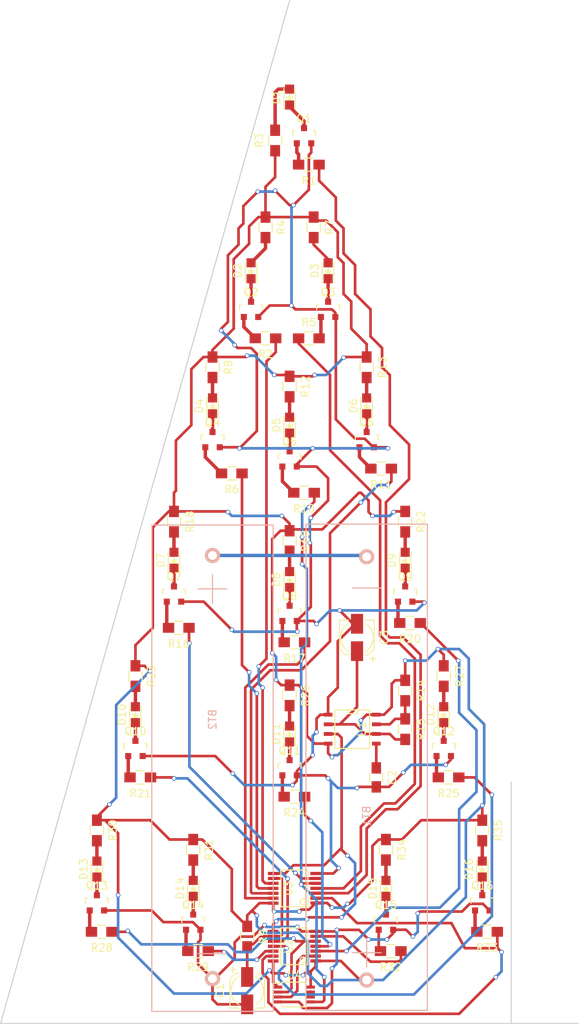
<source format=kicad_pcb>
(kicad_pcb (version 4) (host pcbnew 4.0.2-stable)
  (layers (0 F.Cu signal) (31 B.Cu signal) (34 B.Paste user) (35 F.Paste user) (36 B.SilkS user) (37 F.SilkS user) (38 B.Mask user) (39 F.Mask user) (44 Edge.Cuts user))
  (net 0 "")
  (net 1 /RESET)
  (net 2 GND)
  (net 3 "Net-(C2-Pad1)")
  (net 4 "Net-(C3-Pad1)")
  (net 5 "Net-(D1-Pad2)")
  (net 6 "Net-(D1-Pad1)")
  (net 7 "Net-(D2-Pad2)")
  (net 8 "Net-(D2-Pad1)")
  (net 9 "Net-(D3-Pad2)")
  (net 10 "Net-(D3-Pad1)")
  (net 11 "Net-(D4-Pad2)")
  (net 12 "Net-(D4-Pad1)")
  (net 13 "Net-(D5-Pad2)")
  (net 14 "Net-(D5-Pad1)")
  (net 15 "Net-(D6-Pad2)")
  (net 16 "Net-(D6-Pad1)")
  (net 17 "Net-(D7-Pad2)")
  (net 18 "Net-(D7-Pad1)")
  (net 19 "Net-(D8-Pad2)")
  (net 20 "Net-(D8-Pad1)")
  (net 21 "Net-(D9-Pad2)")
  (net 22 "Net-(D9-Pad1)")
  (net 23 "Net-(D10-Pad2)")
  (net 24 "Net-(D10-Pad1)")
  (net 25 "Net-(D11-Pad2)")
  (net 26 "Net-(D11-Pad1)")
  (net 27 "Net-(D12-Pad2)")
  (net 28 "Net-(D12-Pad1)")
  (net 29 "Net-(D13-Pad2)")
  (net 30 "Net-(D13-Pad1)")
  (net 31 "Net-(D14-Pad2)")
  (net 32 "Net-(D14-Pad1)")
  (net 33 "Net-(D15-Pad2)")
  (net 34 "Net-(D15-Pad1)")
  (net 35 "Net-(D16-Pad2)")
  (net 36 "Net-(D16-Pad1)")
  (net 37 "Net-(Q1-Pad1)")
  (net 38 "Net-(Q2-Pad1)")
  (net 39 "Net-(Q3-Pad1)")
  (net 40 "Net-(Q4-Pad1)")
  (net 41 "Net-(Q5-Pad1)")
  (net 42 "Net-(Q6-Pad1)")
  (net 43 "Net-(Q7-Pad1)")
  (net 44 "Net-(Q8-Pad1)")
  (net 45 "Net-(Q9-Pad1)")
  (net 46 "Net-(Q10-Pad1)")
  (net 47 "Net-(Q11-Pad1)")
  (net 48 "Net-(Q12-Pad1)")
  (net 49 "Net-(Q13-Pad1)")
  (net 50 "Net-(Q14-Pad1)")
  (net 51 "Net-(Q15-Pad1)")
  (net 52 "Net-(Q16-Pad1)")
  (net 53 /L9)
  (net 54 /L13)
  (net 55 /Vcc)
  (net 56 /L10)
  (net 57 /L14)
  (net 58 /L11)
  (net 59 /L15)
  (net 60 "Net-(R14-Pad2)")
  (net 61 /L12)
  (net 62 /L16)
  (net 63 /L1)
  (net 64 /L5)
  (net 65 /L2)
  (net 66 /L6)
  (net 67 /L3)
  (net 68 /L7)
  (net 69 /L4)
  (net 70 /L8)
  (net 71 /CLK)
  (net 72 /FB)
  (net 73 "Net-(U4-Pad6)")
  (net 74 "Net-(BT1-Pad2)")
  (module Capacitors_SMD:c_elec_4x4.5 (layer F.Cu) (at 78.232 163.322 270)
    (fp_text reference C1 (at 0 3.5814 450) (layer F.SilkS))
    (fp_text value 47uF)
    (fp_text user + (at -2.7813 1.9939 450) (layer F.SilkS))
    (pad 1 smd rect (at -1.8 0 90) (size 2.6 1.6) (layers F.Cu F.Paste F.Mask) (net 1 /RESET))
    (pad 2 smd rect (at 1.8 0 90) (size 2.6 1.6) (layers F.Cu F.Paste F.Mask) (net 2 GND))
  )
  (module Capacitors_SMD:C_0805_HandSoldering (layer F.Cu) (at 95.25 135.255 270)
    (fp_text reference C2 (at 0 -2.1 270) (layer F.SilkS))
    (fp_text value 10nF)
    (pad 1 smd rect (at -1.25 0 270) (size 1.5 1.25) (layers F.Cu F.Paste F.Mask) (net 3 "Net-(C2-Pad1)"))
    (pad 2 smd rect (at 1.25 0 270) (size 1.5 1.25) (layers F.Cu F.Paste F.Mask) (net 2 GND))
  )
  (module Capacitors_SMD:c_elec_4x4.5 (layer F.Cu) (at 92.71 116.84 90)
    (fp_text reference C3 (at 0 3.5814 270) (layer F.SilkS))
    (fp_text value 47uF)
    (fp_text user + (at -2.7813 1.9939 270) (layer F.SilkS))
    (pad 1 smd rect (at -1.8 0 270) (size 2.6 1.6) (layers F.Cu F.Paste F.Mask) (net 4 "Net-(C3-Pad1)"))
    (pad 2 smd rect (at 1.8 0 270) (size 2.6 1.6) (layers F.Cu F.Paste F.Mask) (net 2 GND))
  )
  (module LEDs:LED_0805 (layer F.Cu) (at 83.82 45.72 90)
    (fp_text reference D1 (at 0 -1.75 90) (layer F.SilkS))
    (fp_text value Led_Small)
    (pad 2 smd rect (at 1.04902 0 270) (size 1.19888 1.19888) (layers F.Cu F.Paste F.Mask) (net 5 "Net-(D1-Pad2)"))
    (pad 1 smd rect (at -1.04902 0 270) (size 1.19888 1.19888) (layers F.Cu F.Paste F.Mask) (net 6 "Net-(D1-Pad1)"))
  )
  (module LEDs:LED_0805 (layer F.Cu) (at 78.74 68.58 90)
    (fp_text reference D2 (at 0 -1.75 90) (layer F.SilkS))
    (fp_text value Led_Small)
    (pad 2 smd rect (at 1.04902 0 270) (size 1.19888 1.19888) (layers F.Cu F.Paste F.Mask) (net 7 "Net-(D2-Pad2)"))
    (pad 1 smd rect (at -1.04902 0 270) (size 1.19888 1.19888) (layers F.Cu F.Paste F.Mask) (net 8 "Net-(D2-Pad1)"))
  )
  (module LEDs:LED_0805 (layer F.Cu) (at 88.9 68.58 90)
    (fp_text reference D3 (at 0 -1.75 90) (layer F.SilkS))
    (fp_text value Led_Small)
    (pad 2 smd rect (at 1.04902 0 270) (size 1.19888 1.19888) (layers F.Cu F.Paste F.Mask) (net 9 "Net-(D3-Pad2)"))
    (pad 1 smd rect (at -1.04902 0 270) (size 1.19888 1.19888) (layers F.Cu F.Paste F.Mask) (net 10 "Net-(D3-Pad1)"))
  )
  (module LEDs:LED_0805 (layer F.Cu) (at 73.66 86.36 90)
    (fp_text reference D4 (at 0 -1.75 90) (layer F.SilkS))
    (fp_text value Led_Small)
    (pad 2 smd rect (at 1.04902 0 270) (size 1.19888 1.19888) (layers F.Cu F.Paste F.Mask) (net 11 "Net-(D4-Pad2)"))
    (pad 1 smd rect (at -1.04902 0 270) (size 1.19888 1.19888) (layers F.Cu F.Paste F.Mask) (net 12 "Net-(D4-Pad1)"))
  )
  (module LEDs:LED_0805 (layer F.Cu) (at 83.82 88.9 90)
    (fp_text reference D5 (at 0 -1.75 90) (layer F.SilkS))
    (fp_text value Led_Small)
    (pad 2 smd rect (at 1.04902 0 270) (size 1.19888 1.19888) (layers F.Cu F.Paste F.Mask) (net 13 "Net-(D5-Pad2)"))
    (pad 1 smd rect (at -1.04902 0 270) (size 1.19888 1.19888) (layers F.Cu F.Paste F.Mask) (net 14 "Net-(D5-Pad1)"))
  )
  (module LEDs:LED_0805 (layer F.Cu) (at 93.98 86.36 90)
    (fp_text reference D6 (at 0 -1.75 90) (layer F.SilkS))
    (fp_text value Led_Small)
    (pad 2 smd rect (at 1.04902 0 270) (size 1.19888 1.19888) (layers F.Cu F.Paste F.Mask) (net 15 "Net-(D6-Pad2)"))
    (pad 1 smd rect (at -1.04902 0 270) (size 1.19888 1.19888) (layers F.Cu F.Paste F.Mask) (net 16 "Net-(D6-Pad1)"))
  )
  (module LEDs:LED_0805 (layer F.Cu) (at 68.58 106.68 90)
    (fp_text reference D7 (at 0 -1.75 90) (layer F.SilkS))
    (fp_text value Led_Small)
    (pad 2 smd rect (at 1.04902 0 270) (size 1.19888 1.19888) (layers F.Cu F.Paste F.Mask) (net 17 "Net-(D7-Pad2)"))
    (pad 1 smd rect (at -1.04902 0 270) (size 1.19888 1.19888) (layers F.Cu F.Paste F.Mask) (net 18 "Net-(D7-Pad1)"))
  )
  (module LEDs:LED_0805 (layer F.Cu) (at 83.82 109.22 90)
    (fp_text reference D8 (at 0 -1.75 90) (layer F.SilkS))
    (fp_text value Led_Small)
    (pad 2 smd rect (at 1.04902 0 270) (size 1.19888 1.19888) (layers F.Cu F.Paste F.Mask) (net 19 "Net-(D8-Pad2)"))
    (pad 1 smd rect (at -1.04902 0 270) (size 1.19888 1.19888) (layers F.Cu F.Paste F.Mask) (net 20 "Net-(D8-Pad1)"))
  )
  (module LEDs:LED_0805 (layer F.Cu) (at 99.06 106.68 90)
    (fp_text reference D9 (at 0 -1.75 90) (layer F.SilkS))
    (fp_text value Led_Small)
    (pad 2 smd rect (at 1.04902 0 270) (size 1.19888 1.19888) (layers F.Cu F.Paste F.Mask) (net 21 "Net-(D9-Pad2)"))
    (pad 1 smd rect (at -1.04902 0 270) (size 1.19888 1.19888) (layers F.Cu F.Paste F.Mask) (net 22 "Net-(D9-Pad1)"))
  )
  (module LEDs:LED_0805 (layer F.Cu) (at 63.5 127 90)
    (fp_text reference D10 (at 0 -1.75 90) (layer F.SilkS))
    (fp_text value Led_Small)
    (pad 2 smd rect (at 1.04902 0 270) (size 1.19888 1.19888) (layers F.Cu F.Paste F.Mask) (net 23 "Net-(D10-Pad2)"))
    (pad 1 smd rect (at -1.04902 0 270) (size 1.19888 1.19888) (layers F.Cu F.Paste F.Mask) (net 24 "Net-(D10-Pad1)"))
  )
  (module LEDs:LED_0805 (layer F.Cu) (at 83.82 129.54 90)
    (fp_text reference D11 (at 0 -1.75 90) (layer F.SilkS))
    (fp_text value Led_Small)
    (pad 2 smd rect (at 1.04902 0 270) (size 1.19888 1.19888) (layers F.Cu F.Paste F.Mask) (net 25 "Net-(D11-Pad2)"))
    (pad 1 smd rect (at -1.04902 0 270) (size 1.19888 1.19888) (layers F.Cu F.Paste F.Mask) (net 26 "Net-(D11-Pad1)"))
  )
  (module LEDs:LED_0805 (layer F.Cu) (at 104.14 127 90)
    (fp_text reference D12 (at 0 -1.75 90) (layer F.SilkS))
    (fp_text value Led_Small)
    (pad 2 smd rect (at 1.04902 0 270) (size 1.19888 1.19888) (layers F.Cu F.Paste F.Mask) (net 27 "Net-(D12-Pad2)"))
    (pad 1 smd rect (at -1.04902 0 270) (size 1.19888 1.19888) (layers F.Cu F.Paste F.Mask) (net 28 "Net-(D12-Pad1)"))
  )
  (module LEDs:LED_0805 (layer F.Cu) (at 58.42 147.32 90)
    (fp_text reference D13 (at 0 -1.75 90) (layer F.SilkS))
    (fp_text value Led_Small)
    (pad 2 smd rect (at 1.04902 0 270) (size 1.19888 1.19888) (layers F.Cu F.Paste F.Mask) (net 29 "Net-(D13-Pad2)"))
    (pad 1 smd rect (at -1.04902 0 270) (size 1.19888 1.19888) (layers F.Cu F.Paste F.Mask) (net 30 "Net-(D13-Pad1)"))
  )
  (module LEDs:LED_0805 (layer F.Cu) (at 71.12 149.86 90)
    (fp_text reference D14 (at 0 -1.75 90) (layer F.SilkS))
    (fp_text value Led_Small)
    (pad 2 smd rect (at 1.04902 0 270) (size 1.19888 1.19888) (layers F.Cu F.Paste F.Mask) (net 31 "Net-(D14-Pad2)"))
    (pad 1 smd rect (at -1.04902 0 270) (size 1.19888 1.19888) (layers F.Cu F.Paste F.Mask) (net 32 "Net-(D14-Pad1)"))
  )
  (module LEDs:LED_0805 (layer F.Cu) (at 96.52 149.86 90)
    (fp_text reference D15 (at 0 -1.75 90) (layer F.SilkS))
    (fp_text value Led_Small)
    (pad 2 smd rect (at 1.04902 0 270) (size 1.19888 1.19888) (layers F.Cu F.Paste F.Mask) (net 33 "Net-(D15-Pad2)"))
    (pad 1 smd rect (at -1.04902 0 270) (size 1.19888 1.19888) (layers F.Cu F.Paste F.Mask) (net 34 "Net-(D15-Pad1)"))
  )
  (module LEDs:LED_0805 (layer F.Cu) (at 109.22 147.32 90)
    (fp_text reference D16 (at 0 -1.75 90) (layer F.SilkS))
    (fp_text value Led_Small)
    (pad 2 smd rect (at 1.04902 0 270) (size 1.19888 1.19888) (layers F.Cu F.Paste F.Mask) (net 35 "Net-(D16-Pad2)"))
    (pad 1 smd rect (at -1.04902 0 270) (size 1.19888 1.19888) (layers F.Cu F.Paste F.Mask) (net 36 "Net-(D16-Pad1)"))
  )
  (module TO_SOT_Packages_SMD:SOT-23 (layer F.Cu) (at 85.725 50.8)
    (fp_text reference Q1 (at 0 -2.25) (layer F.SilkS))
    (fp_text value Q_NPN_BEC)
    (pad 1 smd rect (at -0.95 1.00076) (size 0.8001 0.8001) (layers F.Cu F.Paste F.Mask) (net 37 "Net-(Q1-Pad1)"))
    (pad 2 smd rect (at 0.95 1.00076) (size 0.8001 0.8001) (layers F.Cu F.Paste F.Mask) (net 2 GND))
    (pad 3 smd rect (at 0 -0.99822) (size 0.8001 0.8001) (layers F.Cu F.Paste F.Mask) (net 6 "Net-(D1-Pad1)"))
  )
  (module TO_SOT_Packages_SMD:SOT-23 (layer F.Cu) (at 78.74 73.66)
    (fp_text reference Q2 (at 0 -2.25) (layer F.SilkS))
    (fp_text value Q_NPN_BEC)
    (pad 1 smd rect (at -0.95 1.00076) (size 0.8001 0.8001) (layers F.Cu F.Paste F.Mask) (net 38 "Net-(Q2-Pad1)"))
    (pad 2 smd rect (at 0.95 1.00076) (size 0.8001 0.8001) (layers F.Cu F.Paste F.Mask) (net 2 GND))
    (pad 3 smd rect (at 0 -0.99822) (size 0.8001 0.8001) (layers F.Cu F.Paste F.Mask) (net 8 "Net-(D2-Pad1)"))
  )
  (module TO_SOT_Packages_SMD:SOT-23 (layer F.Cu) (at 88.9 73.66)
    (fp_text reference Q3 (at 0 -2.25) (layer F.SilkS))
    (fp_text value Q_NPN_BEC)
    (pad 1 smd rect (at -0.95 1.00076) (size 0.8001 0.8001) (layers F.Cu F.Paste F.Mask) (net 39 "Net-(Q3-Pad1)"))
    (pad 2 smd rect (at 0.95 1.00076) (size 0.8001 0.8001) (layers F.Cu F.Paste F.Mask) (net 2 GND))
    (pad 3 smd rect (at 0 -0.99822) (size 0.8001 0.8001) (layers F.Cu F.Paste F.Mask) (net 10 "Net-(D3-Pad1)"))
  )
  (module TO_SOT_Packages_SMD:SOT-23 (layer F.Cu) (at 73.66 90.805)
    (fp_text reference Q4 (at 0 -2.25) (layer F.SilkS))
    (fp_text value Q_NPN_BEC)
    (pad 1 smd rect (at -0.95 1.00076) (size 0.8001 0.8001) (layers F.Cu F.Paste F.Mask) (net 40 "Net-(Q4-Pad1)"))
    (pad 2 smd rect (at 0.95 1.00076) (size 0.8001 0.8001) (layers F.Cu F.Paste F.Mask) (net 2 GND))
    (pad 3 smd rect (at 0 -0.99822) (size 0.8001 0.8001) (layers F.Cu F.Paste F.Mask) (net 12 "Net-(D4-Pad1)"))
  )
  (module TO_SOT_Packages_SMD:SOT-23 (layer F.Cu) (at 83.82 93.345)
    (fp_text reference Q5 (at 0 -2.25) (layer F.SilkS))
    (fp_text value Q_NPN_BEC)
    (pad 1 smd rect (at -0.95 1.00076) (size 0.8001 0.8001) (layers F.Cu F.Paste F.Mask) (net 41 "Net-(Q5-Pad1)"))
    (pad 2 smd rect (at 0.95 1.00076) (size 0.8001 0.8001) (layers F.Cu F.Paste F.Mask) (net 2 GND))
    (pad 3 smd rect (at 0 -0.99822) (size 0.8001 0.8001) (layers F.Cu F.Paste F.Mask) (net 14 "Net-(D5-Pad1)"))
  )
  (module TO_SOT_Packages_SMD:SOT-23 (layer F.Cu) (at 93.98 90.805)
    (fp_text reference Q6 (at 0 -2.25) (layer F.SilkS))
    (fp_text value Q_NPN_BEC)
    (pad 1 smd rect (at -0.95 1.00076) (size 0.8001 0.8001) (layers F.Cu F.Paste F.Mask) (net 42 "Net-(Q6-Pad1)"))
    (pad 2 smd rect (at 0.95 1.00076) (size 0.8001 0.8001) (layers F.Cu F.Paste F.Mask) (net 2 GND))
    (pad 3 smd rect (at 0 -0.99822) (size 0.8001 0.8001) (layers F.Cu F.Paste F.Mask) (net 16 "Net-(D6-Pad1)"))
  )
  (module TO_SOT_Packages_SMD:SOT-23 (layer F.Cu) (at 68.58 111.125)
    (fp_text reference Q7 (at 0 -2.25) (layer F.SilkS))
    (fp_text value Q_NPN_BEC)
    (pad 1 smd rect (at -0.95 1.00076) (size 0.8001 0.8001) (layers F.Cu F.Paste F.Mask) (net 43 "Net-(Q7-Pad1)"))
    (pad 2 smd rect (at 0.95 1.00076) (size 0.8001 0.8001) (layers F.Cu F.Paste F.Mask) (net 2 GND))
    (pad 3 smd rect (at 0 -0.99822) (size 0.8001 0.8001) (layers F.Cu F.Paste F.Mask) (net 18 "Net-(D7-Pad1)"))
  )
  (module TO_SOT_Packages_SMD:SOT-23 (layer F.Cu) (at 83.82 113.665)
    (fp_text reference Q8 (at 0 -2.25) (layer F.SilkS))
    (fp_text value Q_NPN_BEC)
    (pad 1 smd rect (at -0.95 1.00076) (size 0.8001 0.8001) (layers F.Cu F.Paste F.Mask) (net 44 "Net-(Q8-Pad1)"))
    (pad 2 smd rect (at 0.95 1.00076) (size 0.8001 0.8001) (layers F.Cu F.Paste F.Mask) (net 2 GND))
    (pad 3 smd rect (at 0 -0.99822) (size 0.8001 0.8001) (layers F.Cu F.Paste F.Mask) (net 20 "Net-(D8-Pad1)"))
  )
  (module TO_SOT_Packages_SMD:SOT-23 (layer F.Cu) (at 99.06 111.125)
    (fp_text reference Q9 (at 0 -2.25) (layer F.SilkS))
    (fp_text value Q_NPN_BEC)
    (pad 1 smd rect (at -0.95 1.00076) (size 0.8001 0.8001) (layers F.Cu F.Paste F.Mask) (net 45 "Net-(Q9-Pad1)"))
    (pad 2 smd rect (at 0.95 1.00076) (size 0.8001 0.8001) (layers F.Cu F.Paste F.Mask) (net 2 GND))
    (pad 3 smd rect (at 0 -0.99822) (size 0.8001 0.8001) (layers F.Cu F.Paste F.Mask) (net 22 "Net-(D9-Pad1)"))
  )
  (module TO_SOT_Packages_SMD:SOT-23 (layer F.Cu) (at 63.5 131.445)
    (fp_text reference Q10 (at 0 -2.25) (layer F.SilkS))
    (fp_text value Q_NPN_BEC)
    (pad 1 smd rect (at -0.95 1.00076) (size 0.8001 0.8001) (layers F.Cu F.Paste F.Mask) (net 46 "Net-(Q10-Pad1)"))
    (pad 2 smd rect (at 0.95 1.00076) (size 0.8001 0.8001) (layers F.Cu F.Paste F.Mask) (net 2 GND))
    (pad 3 smd rect (at 0 -0.99822) (size 0.8001 0.8001) (layers F.Cu F.Paste F.Mask) (net 24 "Net-(D10-Pad1)"))
  )
  (module TO_SOT_Packages_SMD:SOT-23 (layer F.Cu) (at 83.82 133.985)
    (fp_text reference Q11 (at 0 -2.25) (layer F.SilkS))
    (fp_text value Q_NPN_BEC)
    (pad 1 smd rect (at -0.95 1.00076) (size 0.8001 0.8001) (layers F.Cu F.Paste F.Mask) (net 47 "Net-(Q11-Pad1)"))
    (pad 2 smd rect (at 0.95 1.00076) (size 0.8001 0.8001) (layers F.Cu F.Paste F.Mask) (net 2 GND))
    (pad 3 smd rect (at 0 -0.99822) (size 0.8001 0.8001) (layers F.Cu F.Paste F.Mask) (net 26 "Net-(D11-Pad1)"))
  )
  (module TO_SOT_Packages_SMD:SOT-23 (layer F.Cu) (at 104.14 131.445)
    (fp_text reference Q12 (at 0 -2.25) (layer F.SilkS))
    (fp_text value Q_NPN_BEC)
    (pad 1 smd rect (at -0.95 1.00076) (size 0.8001 0.8001) (layers F.Cu F.Paste F.Mask) (net 48 "Net-(Q12-Pad1)"))
    (pad 2 smd rect (at 0.95 1.00076) (size 0.8001 0.8001) (layers F.Cu F.Paste F.Mask) (net 2 GND))
    (pad 3 smd rect (at 0 -0.99822) (size 0.8001 0.8001) (layers F.Cu F.Paste F.Mask) (net 28 "Net-(D12-Pad1)"))
  )
  (module TO_SOT_Packages_SMD:SOT-23 (layer F.Cu) (at 58.42 151.765)
    (fp_text reference Q13 (at 0 -2.25) (layer F.SilkS))
    (fp_text value Q_NPN_BEC)
    (pad 1 smd rect (at -0.95 1.00076) (size 0.8001 0.8001) (layers F.Cu F.Paste F.Mask) (net 49 "Net-(Q13-Pad1)"))
    (pad 2 smd rect (at 0.95 1.00076) (size 0.8001 0.8001) (layers F.Cu F.Paste F.Mask) (net 2 GND))
    (pad 3 smd rect (at 0 -0.99822) (size 0.8001 0.8001) (layers F.Cu F.Paste F.Mask) (net 30 "Net-(D13-Pad1)"))
  )
  (module TO_SOT_Packages_SMD:SOT-23 (layer F.Cu) (at 71.12 154.305)
    (fp_text reference Q14 (at 0 -2.25) (layer F.SilkS))
    (fp_text value Q_NPN_BEC)
    (pad 1 smd rect (at -0.95 1.00076) (size 0.8001 0.8001) (layers F.Cu F.Paste F.Mask) (net 50 "Net-(Q14-Pad1)"))
    (pad 2 smd rect (at 0.95 1.00076) (size 0.8001 0.8001) (layers F.Cu F.Paste F.Mask) (net 2 GND))
    (pad 3 smd rect (at 0 -0.99822) (size 0.8001 0.8001) (layers F.Cu F.Paste F.Mask) (net 32 "Net-(D14-Pad1)"))
  )
  (module TO_SOT_Packages_SMD:SOT-23 (layer F.Cu) (at 96.52 154.305)
    (fp_text reference Q15 (at 0 -2.25) (layer F.SilkS))
    (fp_text value Q_NPN_BEC)
    (pad 1 smd rect (at -0.95 1.00076) (size 0.8001 0.8001) (layers F.Cu F.Paste F.Mask) (net 51 "Net-(Q15-Pad1)"))
    (pad 2 smd rect (at 0.95 1.00076) (size 0.8001 0.8001) (layers F.Cu F.Paste F.Mask) (net 2 GND))
    (pad 3 smd rect (at 0 -0.99822) (size 0.8001 0.8001) (layers F.Cu F.Paste F.Mask) (net 34 "Net-(D15-Pad1)"))
  )
  (module TO_SOT_Packages_SMD:SOT-23 (layer F.Cu) (at 109.22 151.765)
    (fp_text reference Q16 (at 0 -2.25) (layer F.SilkS))
    (fp_text value Q_NPN_BEC)
    (pad 1 smd rect (at -0.95 1.00076) (size 0.8001 0.8001) (layers F.Cu F.Paste F.Mask) (net 52 "Net-(Q16-Pad1)"))
    (pad 2 smd rect (at 0.95 1.00076) (size 0.8001 0.8001) (layers F.Cu F.Paste F.Mask) (net 2 GND))
    (pad 3 smd rect (at 0 -0.99822) (size 0.8001 0.8001) (layers F.Cu F.Paste F.Mask) (net 36 "Net-(D16-Pad1)"))
  )
  (module Resistors_SMD:R_0805_HandSoldering (layer F.Cu) (at 86.36 54.61 180)
    (fp_text reference R1 (at 0 -2.1 180) (layer F.SilkS))
    (fp_text value 10K)
    (pad 1 smd rect (at -1.35 0 180) (size 1.5 1.3) (layers F.Cu F.Paste F.Mask) (net 53 /L9))
    (pad 2 smd rect (at 1.35 0 180) (size 1.5 1.3) (layers F.Cu F.Paste F.Mask) (net 37 "Net-(Q1-Pad1)"))
  )
  (module Resistors_SMD:R_0805_HandSoldering (layer F.Cu) (at 80.645 77.47 180)
    (fp_text reference R2 (at 0 -2.1 180) (layer F.SilkS))
    (fp_text value 10K)
    (pad 1 smd rect (at -1.35 0 180) (size 1.5 1.3) (layers F.Cu F.Paste F.Mask) (net 54 /L13))
    (pad 2 smd rect (at 1.35 0 180) (size 1.5 1.3) (layers F.Cu F.Paste F.Mask) (net 38 "Net-(Q2-Pad1)"))
  )
  (module Resistors_SMD:R_0805_HandSoldering (layer F.Cu) (at 81.915 51.435 90)
    (fp_text reference R3 (at 0 -2.1 90) (layer F.SilkS))
    (fp_text value 600)
    (pad 1 smd rect (at -1.35 0 90) (size 1.5 1.3) (layers F.Cu F.Paste F.Mask) (net 55 /Vcc))
    (pad 2 smd rect (at 1.35 0 90) (size 1.5 1.3) (layers F.Cu F.Paste F.Mask) (net 5 "Net-(D1-Pad2)"))
  )
  (module Resistors_SMD:R_0805_HandSoldering (layer F.Cu) (at 80.645 62.865 270)
    (fp_text reference R4 (at 0 -2.1 270) (layer F.SilkS))
    (fp_text value 600)
    (pad 1 smd rect (at -1.35 0 270) (size 1.5 1.3) (layers F.Cu F.Paste F.Mask) (net 55 /Vcc))
    (pad 2 smd rect (at 1.35 0 270) (size 1.5 1.3) (layers F.Cu F.Paste F.Mask) (net 7 "Net-(D2-Pad2)"))
  )
  (module Resistors_SMD:R_0805_HandSoldering (layer F.Cu) (at 86.36 77.47)
    (fp_text reference R5 (at 0 -2.1) (layer F.SilkS))
    (fp_text value 10K)
    (pad 1 smd rect (at -1.35 0) (size 1.5 1.3) (layers F.Cu F.Paste F.Mask) (net 56 /L10))
    (pad 2 smd rect (at 1.35 0) (size 1.5 1.3) (layers F.Cu F.Paste F.Mask) (net 39 "Net-(Q3-Pad1)"))
  )
  (module Resistors_SMD:R_0805_HandSoldering (layer F.Cu) (at 76.2 95.25 180)
    (fp_text reference R6 (at 0 -2.1 180) (layer F.SilkS))
    (fp_text value 10K)
    (pad 1 smd rect (at -1.35 0 180) (size 1.5 1.3) (layers F.Cu F.Paste F.Mask) (net 57 /L14))
    (pad 2 smd rect (at 1.35 0 180) (size 1.5 1.3) (layers F.Cu F.Paste F.Mask) (net 40 "Net-(Q4-Pad1)"))
  )
  (module Resistors_SMD:R_0805_HandSoldering (layer F.Cu) (at 86.995 62.865 270)
    (fp_text reference R7 (at 0 -2.1 270) (layer F.SilkS))
    (fp_text value 600)
    (pad 1 smd rect (at -1.35 0 270) (size 1.5 1.3) (layers F.Cu F.Paste F.Mask) (net 55 /Vcc))
    (pad 2 smd rect (at 1.35 0 270) (size 1.5 1.3) (layers F.Cu F.Paste F.Mask) (net 9 "Net-(D3-Pad2)"))
  )
  (module Resistors_SMD:R_0805_HandSoldering (layer F.Cu) (at 73.66 81.28 270)
    (fp_text reference R8 (at 0 -2.1 270) (layer F.SilkS))
    (fp_text value 600)
    (pad 1 smd rect (at -1.35 0 270) (size 1.5 1.3) (layers F.Cu F.Paste F.Mask) (net 55 /Vcc))
    (pad 2 smd rect (at 1.35 0 270) (size 1.5 1.3) (layers F.Cu F.Paste F.Mask) (net 11 "Net-(D4-Pad2)"))
  )
  (module Resistors_SMD:R_0805_HandSoldering (layer F.Cu) (at 78.232 156.21 270)
    (fp_text reference R9 (at 0 -2.1 270) (layer F.SilkS))
    (fp_text value 10K)
    (pad 1 smd rect (at -1.35 0 270) (size 1.5 1.3) (layers F.Cu F.Paste F.Mask) (net 55 /Vcc))
    (pad 2 smd rect (at 1.35 0 270) (size 1.5 1.3) (layers F.Cu F.Paste F.Mask) (net 1 /RESET))
  )
  (module Resistors_SMD:R_0805_HandSoldering (layer F.Cu) (at 85.725 97.79 180)
    (fp_text reference R10 (at 0 -2.1 180) (layer F.SilkS))
    (fp_text value 10K)
    (pad 1 smd rect (at -1.35 0 180) (size 1.5 1.3) (layers F.Cu F.Paste F.Mask) (net 58 /L11))
    (pad 2 smd rect (at 1.35 0 180) (size 1.5 1.3) (layers F.Cu F.Paste F.Mask) (net 41 "Net-(Q5-Pad1)"))
  )
  (module Resistors_SMD:R_0805_HandSoldering (layer F.Cu) (at 95.885 94.615 180)
    (fp_text reference R11 (at 0 -2.1 180) (layer F.SilkS))
    (fp_text value 10K)
    (pad 1 smd rect (at -1.35 0 180) (size 1.5 1.3) (layers F.Cu F.Paste F.Mask) (net 59 /L15))
    (pad 2 smd rect (at 1.35 0 180) (size 1.5 1.3) (layers F.Cu F.Paste F.Mask) (net 42 "Net-(Q6-Pad1)"))
  )
  (module Resistors_SMD:R_0805_HandSoldering (layer F.Cu) (at 83.82 83.82 270)
    (fp_text reference R12 (at 0 -2.1 270) (layer F.SilkS))
    (fp_text value 600)
    (pad 1 smd rect (at -1.35 0 270) (size 1.5 1.3) (layers F.Cu F.Paste F.Mask) (net 55 /Vcc))
    (pad 2 smd rect (at 1.35 0 270) (size 1.5 1.3) (layers F.Cu F.Paste F.Mask) (net 13 "Net-(D5-Pad2)"))
  )
  (module Resistors_SMD:R_0805_HandSoldering (layer F.Cu) (at 93.98 81.28 270)
    (fp_text reference R13 (at 0 -2.1 270) (layer F.SilkS))
    (fp_text value 600)
    (pad 1 smd rect (at -1.35 0 270) (size 1.5 1.3) (layers F.Cu F.Paste F.Mask) (net 55 /Vcc))
    (pad 2 smd rect (at 1.35 0 270) (size 1.5 1.3) (layers F.Cu F.Paste F.Mask) (net 15 "Net-(D6-Pad2)"))
  )
  (module Resistors_SMD:R_0805_HandSoldering (layer F.Cu) (at 99.06 123.825 270)
    (fp_text reference R14 (at 0 -2.1 270) (layer F.SilkS))
    (fp_text value 10K)
    (pad 1 smd rect (at -1.35 0 270) (size 1.5 1.3) (layers F.Cu F.Paste F.Mask) (net 55 /Vcc))
    (pad 2 smd rect (at 1.35 0 270) (size 1.5 1.3) (layers F.Cu F.Paste F.Mask) (net 60 "Net-(R14-Pad2)"))
  )
  (module Resistors_SMD:R_0805_HandSoldering (layer F.Cu) (at 99.06 128.905 270)
    (fp_text reference R15 (at 0 -2.1 270) (layer F.SilkS))
    (fp_text value 10K)
    (pad 1 smd rect (at -1.35 0 270) (size 1.5 1.3) (layers F.Cu F.Paste F.Mask) (net 60 "Net-(R14-Pad2)"))
    (pad 2 smd rect (at 1.35 0 270) (size 1.5 1.3) (layers F.Cu F.Paste F.Mask) (net 4 "Net-(C3-Pad1)"))
  )
  (module Resistors_SMD:R_0805_HandSoldering (layer F.Cu) (at 69.215 115.57 180)
    (fp_text reference R16 (at 0 -2.1 180) (layer F.SilkS))
    (fp_text value 10K)
    (pad 1 smd rect (at -1.35 0 180) (size 1.5 1.3) (layers F.Cu F.Paste F.Mask) (net 61 /L12))
    (pad 2 smd rect (at 1.35 0 180) (size 1.5 1.3) (layers F.Cu F.Paste F.Mask) (net 43 "Net-(Q7-Pad1)"))
  )
  (module Resistors_SMD:R_0805_HandSoldering (layer F.Cu) (at 84.455 117.475 180)
    (fp_text reference R17 (at 0 -2.1 180) (layer F.SilkS))
    (fp_text value 10K)
    (pad 1 smd rect (at -1.35 0 180) (size 1.5 1.3) (layers F.Cu F.Paste F.Mask) (net 62 /L16))
    (pad 2 smd rect (at 1.35 0 180) (size 1.5 1.3) (layers F.Cu F.Paste F.Mask) (net 44 "Net-(Q8-Pad1)"))
  )
  (module Resistors_SMD:R_0805_HandSoldering (layer F.Cu) (at 68.58 101.6 270)
    (fp_text reference R18 (at 0 -2.1 270) (layer F.SilkS))
    (fp_text value 600)
    (pad 1 smd rect (at -1.35 0 270) (size 1.5 1.3) (layers F.Cu F.Paste F.Mask) (net 55 /Vcc))
    (pad 2 smd rect (at 1.35 0 270) (size 1.5 1.3) (layers F.Cu F.Paste F.Mask) (net 17 "Net-(D7-Pad2)"))
  )
  (module Resistors_SMD:R_0805_HandSoldering (layer F.Cu) (at 83.82 104.14 270)
    (fp_text reference R19 (at 0 -2.1 270) (layer F.SilkS))
    (fp_text value 600)
    (pad 1 smd rect (at -1.35 0 270) (size 1.5 1.3) (layers F.Cu F.Paste F.Mask) (net 55 /Vcc))
    (pad 2 smd rect (at 1.35 0 270) (size 1.5 1.3) (layers F.Cu F.Paste F.Mask) (net 19 "Net-(D8-Pad2)"))
  )
  (module Resistors_SMD:R_0805_HandSoldering (layer F.Cu) (at 99.695 114.935 180)
    (fp_text reference R20 (at 0 -2.1 180) (layer F.SilkS))
    (fp_text value 10K)
    (pad 1 smd rect (at -1.35 0 180) (size 1.5 1.3) (layers F.Cu F.Paste F.Mask) (net 63 /L1))
    (pad 2 smd rect (at 1.35 0 180) (size 1.5 1.3) (layers F.Cu F.Paste F.Mask) (net 45 "Net-(Q9-Pad1)"))
  )
  (module Resistors_SMD:R_0805_HandSoldering (layer F.Cu) (at 64.135 135.255 180)
    (fp_text reference R21 (at 0 -2.1 180) (layer F.SilkS))
    (fp_text value 10K)
    (pad 1 smd rect (at -1.35 0 180) (size 1.5 1.3) (layers F.Cu F.Paste F.Mask) (net 64 /L5))
    (pad 2 smd rect (at 1.35 0 180) (size 1.5 1.3) (layers F.Cu F.Paste F.Mask) (net 46 "Net-(Q10-Pad1)"))
  )
  (module Resistors_SMD:R_0805_HandSoldering (layer F.Cu) (at 99.06 101.6 270)
    (fp_text reference R22 (at 0 -2.1 270) (layer F.SilkS))
    (fp_text value 600)
    (pad 1 smd rect (at -1.35 0 270) (size 1.5 1.3) (layers F.Cu F.Paste F.Mask) (net 55 /Vcc))
    (pad 2 smd rect (at 1.35 0 270) (size 1.5 1.3) (layers F.Cu F.Paste F.Mask) (net 21 "Net-(D9-Pad2)"))
  )
  (module Resistors_SMD:R_0805_HandSoldering (layer F.Cu) (at 63.5 121.92 270)
    (fp_text reference R23 (at 0 -2.1 270) (layer F.SilkS))
    (fp_text value 600)
    (pad 1 smd rect (at -1.35 0 270) (size 1.5 1.3) (layers F.Cu F.Paste F.Mask) (net 55 /Vcc))
    (pad 2 smd rect (at 1.35 0 270) (size 1.5 1.3) (layers F.Cu F.Paste F.Mask) (net 23 "Net-(D10-Pad2)"))
  )
  (module Resistors_SMD:R_0805_HandSoldering (layer F.Cu) (at 84.455 137.795 180)
    (fp_text reference R24 (at 0 -2.1 180) (layer F.SilkS))
    (fp_text value 10K)
    (pad 1 smd rect (at -1.35 0 180) (size 1.5 1.3) (layers F.Cu F.Paste F.Mask) (net 65 /L2))
    (pad 2 smd rect (at 1.35 0 180) (size 1.5 1.3) (layers F.Cu F.Paste F.Mask) (net 47 "Net-(Q11-Pad1)"))
  )
  (module Resistors_SMD:R_0805_HandSoldering (layer F.Cu) (at 104.775 135.255 180)
    (fp_text reference R25 (at 0 -2.1 180) (layer F.SilkS))
    (fp_text value 10K)
    (pad 1 smd rect (at -1.35 0 180) (size 1.5 1.3) (layers F.Cu F.Paste F.Mask) (net 66 /L6))
    (pad 2 smd rect (at 1.35 0 180) (size 1.5 1.3) (layers F.Cu F.Paste F.Mask) (net 48 "Net-(Q12-Pad1)"))
  )
  (module Resistors_SMD:R_0805_HandSoldering (layer F.Cu) (at 83.82 124.46 270)
    (fp_text reference R26 (at 0 -2.1 270) (layer F.SilkS))
    (fp_text value 600)
    (pad 1 smd rect (at -1.35 0 270) (size 1.5 1.3) (layers F.Cu F.Paste F.Mask) (net 55 /Vcc))
    (pad 2 smd rect (at 1.35 0 270) (size 1.5 1.3) (layers F.Cu F.Paste F.Mask) (net 25 "Net-(D11-Pad2)"))
  )
  (module Resistors_SMD:R_0805_HandSoldering (layer F.Cu) (at 104.14 121.92 270)
    (fp_text reference R27 (at 0 -2.1 270) (layer F.SilkS))
    (fp_text value 600)
    (pad 1 smd rect (at -1.35 0 270) (size 1.5 1.3) (layers F.Cu F.Paste F.Mask) (net 55 /Vcc))
    (pad 2 smd rect (at 1.35 0 270) (size 1.5 1.3) (layers F.Cu F.Paste F.Mask) (net 27 "Net-(D12-Pad2)"))
  )
  (module Resistors_SMD:R_0805_HandSoldering (layer F.Cu) (at 59.055 155.575 180)
    (fp_text reference R28 (at 0 -2.1 180) (layer F.SilkS))
    (fp_text value 10K)
    (pad 1 smd rect (at -1.35 0 180) (size 1.5 1.3) (layers F.Cu F.Paste F.Mask) (net 67 /L3))
    (pad 2 smd rect (at 1.35 0 180) (size 1.5 1.3) (layers F.Cu F.Paste F.Mask) (net 49 "Net-(Q13-Pad1)"))
  )
  (module Resistors_SMD:R_0805_HandSoldering (layer F.Cu) (at 71.755 158.115 180)
    (fp_text reference R29 (at 0 -2.1 180) (layer F.SilkS))
    (fp_text value 10K)
    (pad 1 smd rect (at -1.35 0 180) (size 1.5 1.3) (layers F.Cu F.Paste F.Mask) (net 68 /L7))
    (pad 2 smd rect (at 1.35 0 180) (size 1.5 1.3) (layers F.Cu F.Paste F.Mask) (net 50 "Net-(Q14-Pad1)"))
  )
  (module Resistors_SMD:R_0805_HandSoldering (layer F.Cu) (at 58.42 142.24 270)
    (fp_text reference R30 (at 0 -2.1 270) (layer F.SilkS))
    (fp_text value 600)
    (pad 1 smd rect (at -1.35 0 270) (size 1.5 1.3) (layers F.Cu F.Paste F.Mask) (net 55 /Vcc))
    (pad 2 smd rect (at 1.35 0 270) (size 1.5 1.3) (layers F.Cu F.Paste F.Mask) (net 29 "Net-(D13-Pad2)"))
  )
  (module Resistors_SMD:R_0805_HandSoldering (layer F.Cu) (at 71.12 144.78 270)
    (fp_text reference R31 (at 0 -2.1 270) (layer F.SilkS))
    (fp_text value 600)
    (pad 1 smd rect (at -1.35 0 270) (size 1.5 1.3) (layers F.Cu F.Paste F.Mask) (net 55 /Vcc))
    (pad 2 smd rect (at 1.35 0 270) (size 1.5 1.3) (layers F.Cu F.Paste F.Mask) (net 31 "Net-(D14-Pad2)"))
  )
  (module Resistors_SMD:R_0805_HandSoldering (layer F.Cu) (at 97.155 158.115 180)
    (fp_text reference R32 (at 0 -2.1 180) (layer F.SilkS))
    (fp_text value 10K)
    (pad 1 smd rect (at -1.35 0 180) (size 1.5 1.3) (layers F.Cu F.Paste F.Mask) (net 69 /L4))
    (pad 2 smd rect (at 1.35 0 180) (size 1.5 1.3) (layers F.Cu F.Paste F.Mask) (net 51 "Net-(Q15-Pad1)"))
  )
  (module Resistors_SMD:R_0805_HandSoldering (layer F.Cu) (at 109.855 155.575 180)
    (fp_text reference R33 (at 0 -2.1 180) (layer F.SilkS))
    (fp_text value 10K)
    (pad 1 smd rect (at -1.35 0 180) (size 1.5 1.3) (layers F.Cu F.Paste F.Mask) (net 70 /L8))
    (pad 2 smd rect (at 1.35 0 180) (size 1.5 1.3) (layers F.Cu F.Paste F.Mask) (net 52 "Net-(Q16-Pad1)"))
  )
  (module Resistors_SMD:R_0805_HandSoldering (layer F.Cu) (at 96.52 144.78 270)
    (fp_text reference R34 (at 0 -2.1 270) (layer F.SilkS))
    (fp_text value 600)
    (pad 1 smd rect (at -1.35 0 270) (size 1.5 1.3) (layers F.Cu F.Paste F.Mask) (net 55 /Vcc))
    (pad 2 smd rect (at 1.35 0 270) (size 1.5 1.3) (layers F.Cu F.Paste F.Mask) (net 33 "Net-(D15-Pad2)"))
  )
  (module Resistors_SMD:R_0805_HandSoldering (layer F.Cu) (at 109.22 142.24 270)
    (fp_text reference R35 (at 0 -2.1 270) (layer F.SilkS))
    (fp_text value 600)
    (pad 1 smd rect (at -1.35 0 270) (size 1.5 1.3) (layers F.Cu F.Paste F.Mask) (net 55 /Vcc))
    (pad 2 smd rect (at 1.35 0 270) (size 1.5 1.3) (layers F.Cu F.Paste F.Mask) (net 35 "Net-(D16-Pad2)"))
  )
  (module SMD_Packages:SOIC-8-N (layer F.Cu) (at 92.075 128.905 270)
    (fp_text reference U1 (at 0 -1.27 270) (layer F.SilkS))
    (fp_text value 555)
    (pad 8 smd rect (at -1.905 -3.175 270) (size 0.508 1.143) (layers F.Cu F.Paste F.Mask) (net 55 /Vcc))
    (pad 7 smd rect (at -0.635 -3.175 270) (size 0.508 1.143) (layers F.Cu F.Paste F.Mask) (net 60 "Net-(R14-Pad2)"))
    (pad 6 smd rect (at 0.635 -3.175 270) (size 0.508 1.143) (layers F.Cu F.Paste F.Mask) (net 4 "Net-(C3-Pad1)"))
    (pad 5 smd rect (at 1.905 -3.175 270) (size 0.508 1.143) (layers F.Cu F.Paste F.Mask) (net 3 "Net-(C2-Pad1)"))
    (pad 4 smd rect (at 1.905 3.175 270) (size 0.508 1.143) (layers F.Cu F.Paste F.Mask) (net 55 /Vcc))
    (pad 3 smd rect (at 0.635 3.175 270) (size 0.508 1.143) (layers F.Cu F.Paste F.Mask) (net 71 /CLK))
    (pad 2 smd rect (at -0.635 3.175 270) (size 0.508 1.143) (layers F.Cu F.Paste F.Mask) (net 4 "Net-(C3-Pad1)"))
    (pad 1 smd rect (at -1.905 3.175 270) (size 0.508 1.143) (layers F.Cu F.Paste F.Mask) (net 2 GND))
  )
  (module SMD_Packages:SSOP-14 (layer F.Cu) (at 84.455 157.48 90)
    (fp_text reference U2 (at 0 -0.762 90) (layer F.SilkS))
    (fp_text value MC74HC164A)
    (pad 1 smd rect (at -1.9304 2.794 90) (size 0.4318 1.397) (layers F.Cu F.Paste F.Mask) (net 55 /Vcc))
    (pad 2 smd rect (at -1.2954 2.794 90) (size 0.4318 1.397) (layers F.Cu F.Paste F.Mask) (net 72 /FB))
    (pad 3 smd rect (at -0.635 2.794 90) (size 0.4318 1.397) (layers F.Cu F.Paste F.Mask) (net 63 /L1))
    (pad 4 smd rect (at 0 2.794 90) (size 0.4318 1.397) (layers F.Cu F.Paste F.Mask) (net 65 /L2))
    (pad 5 smd rect (at 0.6604 2.794 90) (size 0.4318 1.397) (layers F.Cu F.Paste F.Mask) (net 67 /L3))
    (pad 6 smd rect (at 1.3081 2.794 90) (size 0.4318 1.397) (layers F.Cu F.Paste F.Mask) (net 69 /L4))
    (pad 7 smd rect (at 1.9558 2.794 90) (size 0.4318 1.397) (layers F.Cu F.Paste F.Mask) (net 2 GND))
    (pad 8 smd rect (at 1.9558 -2.794 90) (size 0.4318 1.397) (layers F.Cu F.Paste F.Mask) (net 71 /CLK))
    (pad 9 smd rect (at 1.3081 -2.794 90) (size 0.4318 1.397) (layers F.Cu F.Paste F.Mask) (net 1 /RESET))
    (pad 10 smd rect (at 0.6604 -2.794 90) (size 0.4318 1.397) (layers F.Cu F.Paste F.Mask) (net 64 /L5))
    (pad 11 smd rect (at 0 -2.794 90) (size 0.4318 1.397) (layers F.Cu F.Paste F.Mask) (net 66 /L6))
    (pad 12 smd rect (at -0.6477 -2.794 90) (size 0.4318 1.397) (layers F.Cu F.Paste F.Mask) (net 68 /L7))
    (pad 13 smd rect (at -1.2954 -2.794 90) (size 0.4318 1.397) (layers F.Cu F.Paste F.Mask) (net 70 /L8))
    (pad 14 smd rect (at -1.9431 -2.794 90) (size 0.4318 1.397) (layers F.Cu F.Paste F.Mask) (net 55 /Vcc))
  )
  (module SMD_Packages:SSOP-14 (layer F.Cu) (at 84.455 149.86 90)
    (fp_text reference U3 (at 0 -0.762 90) (layer F.SilkS))
    (fp_text value MC74HC164A)
    (pad 1 smd rect (at -1.9304 2.794 90) (size 0.4318 1.397) (layers F.Cu F.Paste F.Mask) (net 55 /Vcc))
    (pad 2 smd rect (at -1.2954 2.794 90) (size 0.4318 1.397) (layers F.Cu F.Paste F.Mask) (net 70 /L8))
    (pad 3 smd rect (at -0.635 2.794 90) (size 0.4318 1.397) (layers F.Cu F.Paste F.Mask) (net 53 /L9))
    (pad 4 smd rect (at 0 2.794 90) (size 0.4318 1.397) (layers F.Cu F.Paste F.Mask) (net 56 /L10))
    (pad 5 smd rect (at 0.6604 2.794 90) (size 0.4318 1.397) (layers F.Cu F.Paste F.Mask) (net 58 /L11))
    (pad 6 smd rect (at 1.3081 2.794 90) (size 0.4318 1.397) (layers F.Cu F.Paste F.Mask) (net 61 /L12))
    (pad 7 smd rect (at 1.9558 2.794 90) (size 0.4318 1.397) (layers F.Cu F.Paste F.Mask) (net 2 GND))
    (pad 8 smd rect (at 1.9558 -2.794 90) (size 0.4318 1.397) (layers F.Cu F.Paste F.Mask) (net 71 /CLK))
    (pad 9 smd rect (at 1.3081 -2.794 90) (size 0.4318 1.397) (layers F.Cu F.Paste F.Mask) (net 1 /RESET))
    (pad 10 smd rect (at 0.6604 -2.794 90) (size 0.4318 1.397) (layers F.Cu F.Paste F.Mask) (net 54 /L13))
    (pad 11 smd rect (at 0 -2.794 90) (size 0.4318 1.397) (layers F.Cu F.Paste F.Mask) (net 57 /L14))
    (pad 12 smd rect (at -0.6477 -2.794 90) (size 0.4318 1.397) (layers F.Cu F.Paste F.Mask) (net 59 /L15))
    (pad 13 smd rect (at -1.2954 -2.794 90) (size 0.4318 1.397) (layers F.Cu F.Paste F.Mask) (net 62 /L16))
    (pad 14 smd rect (at -1.9431 -2.794 90) (size 0.4318 1.397) (layers F.Cu F.Paste F.Mask) (net 55 /Vcc))
  )
  (module Housings_SSOP:TSSOP-8_3x3mm_Pitch0.65mm (layer F.Cu) (at 84.455 163.83)
    (fp_text reference U4 (at 0 -2.55) (layer F.SilkS))
    (fp_text value 74LVC2G86)
    (pad 1 smd rect (at -2.15 -0.975) (size 1.1 0.4) (layers F.Cu F.Paste F.Mask) (net 55 /Vcc))
    (pad 2 smd rect (at -2.15 -0.325) (size 1.1 0.4) (layers F.Cu F.Paste F.Mask) (net 67 /L3))
    (pad 3 smd rect (at -2.15 0.325) (size 1.1 0.4) (layers F.Cu F.Paste F.Mask) (net 72 /FB))
    (pad 4 smd rect (at -2.15 0.975) (size 1.1 0.4) (layers F.Cu F.Paste F.Mask) (net 2 GND))
    (pad 5 smd rect (at 2.15 0.975) (size 1.1 0.4) (layers F.Cu F.Paste F.Mask) (net 58 /L11))
    (pad 6 smd rect (at 2.15 0.325) (size 1.1 0.4) (layers F.Cu F.Paste F.Mask) (net 73 "Net-(U4-Pad6)"))
    (pad 7 smd rect (at 2.15 -0.325) (size 1.1 0.4) (layers F.Cu F.Paste F.Mask) (net 73 "Net-(U4-Pad6)"))
    (pad 8 smd rect (at 2.15 -0.975) (size 1.1 0.4) (layers F.Cu F.Paste F.Mask) (net 55 /Vcc))
  )
  (module Custom:Battery (layer B.Cu) (at 93.98 161.925 180)
    (fp_text reference BT1 (at 0 21.59 450) (layer B.SilkS) (effects (justify mirror)))
    (fp_text value Battery)
    (fp_text user - (at 0 52 180) (layer B.SilkS) (effects (font (size 5 5)) (justify mirror)))
    (fp_text user + (at 0 4 180) (layer B.SilkS) (effects (font (size 5 5)) (justify mirror)))
    (pad 1 thru_hole circle (at 0 0 180) (size 2 2) (drill 1.17) (layers *.Cu *.Mask B.SilkS) (net 55 /Vcc))
    (pad 2 thru_hole circle (at 0 55.7 180) (size 2 2) (drill 1.17) (layers *.Cu *.Mask B.SilkS) (net 74 "Net-(BT1-Pad2)"))
  )
  (module Custom:Battery (layer B.Cu) (at 73.66 106.045)
    (fp_text reference BT2 (at 0 21.59 270) (layer B.SilkS) (effects (justify mirror)))
    (fp_text value Battery)
    (fp_text user - (at 0 52) (layer B.SilkS) (effects (font (size 5 5)) (justify mirror)))
    (fp_text user + (at 0 4) (layer B.SilkS) (effects (font (size 5 5)) (justify mirror)))
    (pad 1 thru_hole circle (at 0 0) (size 2 2) (drill 1.17) (layers *.Cu *.Mask B.SilkS) (net 74 "Net-(BT1-Pad2)"))
    (pad 2 thru_hole circle (at 0 55.7) (size 2 2) (drill 1.17) (layers *.Cu *.Mask B.SilkS) (net 2 GND))
  )
  (gr_line (start 113.03 167.64) (end 113.03 135.89) (angle 90) (layer Edge.Cuts) (width 0.15))
  (gr_line (start 91.44 167.64) (end 76.2 167.64) (angle 90) (layer Edge.Cuts) (width 0.15))
  (gr_line (start 45.72 167.64) (end 83.82 33.02) (angle 90) (layer Edge.Cuts) (width 0.15))
  (gr_line (start 121.92 167.64) (end 91.44 167.64) (angle 90) (layer Edge.Cuts) (width 0.15))
  (gr_line (start 45.72 167.64) (end 76.2 167.64) (angle 90) (layer Edge.Cuts) (width 0.15))
  (segment (start 81.661 148.5519) (end 82.7659 148.5519) (width 0.35) (layer F.Cu) (net 1))
  (segment (start 82.5881 156.1719) (end 81.661 156.1719) (width 0.35) (layer F.Cu) (net 1))
  (segment (start 82.804 155.956) (end 82.5881 156.1719) (width 0.35) (layer F.Cu) (net 1))
  (segment (start 82.804 148.59) (end 82.804 155.956) (width 0.35) (layer F.Cu) (net 1))
  (segment (start 82.7659 148.5519) (end 82.804 148.59) (width 0.35) (layer F.Cu) (net 1))
  (segment (start 78.232 161.522) (end 78.232 157.56) (width 0.35) (layer F.Cu) (net 1))
  (segment (start 78.232 157.56) (end 78.566 157.226) (width 0.35) (layer F.Cu) (net 1))
  (segment (start 78.566 157.226) (end 78.994 157.226) (width 0.35) (layer F.Cu) (net 1))
  (segment (start 78.994 157.226) (end 80.0481 156.1719) (width 0.35) (layer F.Cu) (net 1))
  (segment (start 80.0481 156.1719) (end 81.661 156.1719) (width 0.35) (layer F.Cu) (net 1))
  (segment (start 59.37 152.76576) (end 65.64376 152.76576) (width 0.35) (layer F.Cu) (net 2))
  (segment (start 97.47 155.30576) (end 99.17176 155.30576) (width 0.35) (layer F.Cu) (net 2))
  (segment (start 99.17176 155.30576) (end 100.076 156.21) (width 0.35) (layer F.Cu) (net 2))
  (via (at 100.076 156.21) (size 0.6) (drill 0.4) (layers F.Cu B.Cu) (net 2))
  (segment (start 100.076 156.21) (end 100.711 155.575) (width 0.35) (layer B.Cu) (net 2))
  (segment (start 100.711 155.575) (end 100.711 153.162) (width 0.35) (layer B.Cu) (net 2))
  (via (at 100.711 153.162) (size 0.6) (drill 0.4) (layers F.Cu B.Cu) (net 2))
  (segment (start 100.711 153.162) (end 100.965 152.908) (width 0.35) (layer F.Cu) (net 2))
  (segment (start 100.965 152.908) (end 106.553 152.908) (width 0.35) (layer F.Cu) (net 2))
  (segment (start 106.553 152.908) (end 107.569 151.892) (width 0.35) (layer F.Cu) (net 2))
  (segment (start 107.569 151.892) (end 109.29624 151.892) (width 0.35) (layer F.Cu) (net 2))
  (segment (start 109.29624 151.892) (end 110.17 152.76576) (width 0.35) (layer F.Cu) (net 2))
  (segment (start 79.502 89.662) (end 77.216 91.948) (width 0.35) (layer F.Cu) (net 2))
  (segment (start 79.502 79.502) (end 79.502 89.662) (width 0.35) (layer F.Cu) (net 2))
  (segment (start 78.74 78.74) (end 79.502 79.502) (width 0.35) (layer F.Cu) (net 2))
  (segment (start 76.962 78.74) (end 78.74 78.74) (width 0.35) (layer F.Cu) (net 2))
  (segment (start 76.581 78.359) (end 76.962 78.74) (width 0.35) (layer F.Cu) (net 2))
  (via (at 76.581 78.359) (size 0.6) (drill 0.4) (layers F.Cu B.Cu) (net 2))
  (segment (start 76.581 78.232) (end 76.581 78.359) (width 0.35) (layer B.Cu) (net 2))
  (segment (start 74.803 76.454) (end 76.581 78.232) (width 0.35) (layer B.Cu) (net 2))
  (via (at 74.803 76.454) (size 0.6) (drill 0.4) (layers F.Cu B.Cu) (net 2))
  (segment (start 74.803 76.2) (end 74.803 76.454) (width 0.35) (layer F.Cu) (net 2))
  (segment (start 75.692 75.311) (end 74.803 76.2) (width 0.35) (layer F.Cu) (net 2))
  (segment (start 75.692 66.548) (end 75.692 75.311) (width 0.35) (layer F.Cu) (net 2))
  (segment (start 77.089 65.151) (end 75.692 66.548) (width 0.35) (layer F.Cu) (net 2))
  (segment (start 77.089 62.992) (end 77.089 65.151) (width 0.35) (layer F.Cu) (net 2))
  (segment (start 77.724 62.357) (end 77.089 62.992) (width 0.35) (layer F.Cu) (net 2))
  (segment (start 77.724 60.071) (end 77.724 62.357) (width 0.35) (layer F.Cu) (net 2))
  (segment (start 79.629 58.166) (end 77.724 60.071) (width 0.35) (layer F.Cu) (net 2))
  (via (at 79.629 58.166) (size 0.6) (drill 0.4) (layers F.Cu B.Cu) (net 2))
  (segment (start 81.788 58.166) (end 79.629 58.166) (width 0.35) (layer B.Cu) (net 2))
  (segment (start 81.915 58.039) (end 81.788 58.166) (width 0.35) (layer B.Cu) (net 2))
  (via (at 81.915 58.039) (size 0.6) (drill 0.4) (layers F.Cu B.Cu) (net 2))
  (segment (start 83.82 59.944) (end 81.915 58.039) (width 0.35) (layer F.Cu) (net 2))
  (segment (start 84.328 59.944) (end 83.82 59.944) (width 0.35) (layer F.Cu) (net 2))
  (segment (start 90.043 155.321) (end 92.964 155.321) (width 0.35) (layer F.Cu) (net 2))
  (segment (start 97.47 155.768) (end 97.47 155.30576) (width 0.35) (layer F.Cu) (net 2))
  (segment (start 96.647 156.591) (end 97.47 155.768) (width 0.35) (layer F.Cu) (net 2))
  (via (at 96.647 156.591) (size 0.6) (drill 0.4) (layers F.Cu B.Cu) (net 2))
  (segment (start 94.234 156.591) (end 96.647 156.591) (width 0.35) (layer B.Cu) (net 2))
  (via (at 94.234 156.591) (size 0.6) (drill 0.4) (layers F.Cu B.Cu) (net 2))
  (segment (start 92.964 155.321) (end 94.234 156.591) (width 0.35) (layer F.Cu) (net 2))
  (segment (start 82.305 164.805) (end 85.049 164.805) (width 0.35) (layer F.Cu) (net 2))
  (segment (start 89.8398 155.5242) (end 87.249 155.5242) (width 0.35) (layer F.Cu) (net 2))
  (segment (start 90.043 155.321) (end 89.8398 155.5242) (width 0.35) (layer F.Cu) (net 2))
  (via (at 90.043 155.321) (size 0.6) (drill 0.4) (layers F.Cu B.Cu) (net 2))
  (segment (start 90.043 159.766) (end 90.043 155.321) (width 0.35) (layer B.Cu) (net 2))
  (segment (start 89.408 160.401) (end 90.043 159.766) (width 0.35) (layer B.Cu) (net 2))
  (via (at 89.408 160.401) (size 0.6) (drill 0.4) (layers F.Cu B.Cu) (net 2))
  (segment (start 89.408 164.973) (end 89.408 160.401) (width 0.35) (layer F.Cu) (net 2))
  (segment (start 88.773 165.608) (end 89.408 164.973) (width 0.35) (layer F.Cu) (net 2))
  (segment (start 85.598 165.608) (end 88.773 165.608) (width 0.35) (layer F.Cu) (net 2))
  (segment (start 85.471 165.481) (end 85.598 165.608) (width 0.35) (layer F.Cu) (net 2))
  (segment (start 85.471 165.227) (end 85.471 165.481) (width 0.35) (layer F.Cu) (net 2))
  (segment (start 85.049 164.805) (end 85.471 165.227) (width 0.35) (layer F.Cu) (net 2))
  (segment (start 73.66 161.745) (end 73.967 161.745) (width 0.35) (layer F.Cu) (net 2))
  (segment (start 73.967 161.745) (end 76.581 159.131) (width 0.35) (layer F.Cu) (net 2))
  (segment (start 85.4202 155.5242) (end 87.249 155.5242) (width 0.35) (layer F.Cu) (net 2))
  (segment (start 84.836 154.94) (end 85.4202 155.5242) (width 0.35) (layer F.Cu) (net 2))
  (via (at 84.836 154.94) (size 0.6) (drill 0.4) (layers F.Cu B.Cu) (net 2))
  (segment (start 80.772 154.94) (end 84.836 154.94) (width 0.35) (layer B.Cu) (net 2))
  (segment (start 80.518 154.686) (end 80.772 154.94) (width 0.35) (layer B.Cu) (net 2))
  (via (at 80.518 154.686) (size 0.6) (drill 0.4) (layers F.Cu B.Cu) (net 2))
  (segment (start 78.994 156.21) (end 80.518 154.686) (width 0.35) (layer F.Cu) (net 2))
  (segment (start 77.343 156.21) (end 78.994 156.21) (width 0.35) (layer F.Cu) (net 2))
  (segment (start 76.581 156.972) (end 77.343 156.21) (width 0.35) (layer F.Cu) (net 2))
  (segment (start 76.581 159.131) (end 76.581 156.972) (width 0.35) (layer F.Cu) (net 2))
  (segment (start 73.66 161.745) (end 73.66 164.465) (width 0.35) (layer F.Cu) (net 2))
  (segment (start 74.317 165.122) (end 78.232 165.122) (width 0.35) (layer F.Cu) (net 2))
  (segment (start 73.66 164.465) (end 74.317 165.122) (width 0.35) (layer F.Cu) (net 2))
  (segment (start 72.07 155.30576) (end 72.07 156.657) (width 0.35) (layer F.Cu) (net 2))
  (segment (start 71.755 159.84) (end 73.66 161.745) (width 0.35) (layer F.Cu) (net 2))
  (segment (start 71.755 156.972) (end 71.755 159.84) (width 0.35) (layer F.Cu) (net 2))
  (segment (start 72.07 156.657) (end 71.755 156.972) (width 0.35) (layer F.Cu) (net 2))
  (segment (start 71.06924 154.305) (end 72.07 155.30576) (width 0.35) (layer F.Cu) (net 2))
  (segment (start 67.183 154.305) (end 71.06924 154.305) (width 0.35) (layer F.Cu) (net 2))
  (segment (start 65.64376 152.76576) (end 67.183 154.305) (width 0.35) (layer F.Cu) (net 2))
  (segment (start 87.249 147.9042) (end 89.5858 147.9042) (width 0.35) (layer F.Cu) (net 2))
  (segment (start 89.281 135.763) (end 88.9 135.382) (width 0.35) (layer B.Cu) (net 2))
  (segment (start 90.297 147.193) (end 89.281 146.177) (width 0.35) (layer B.Cu) (net 2))
  (via (at 90.297 147.193) (size 0.6) (drill 0.4) (layers F.Cu B.Cu) (net 2))
  (segment (start 89.5858 147.9042) (end 90.297 147.193) (width 0.35) (layer F.Cu) (net 2))
  (segment (start 84.77 94.34576) (end 87.36076 94.34576) (width 0.35) (layer F.Cu) (net 2))
  (segment (start 86.614 112.82176) (end 84.77 114.66576) (width 0.35) (layer F.Cu) (net 2))
  (segment (start 86.614 104.521) (end 86.614 112.82176) (width 0.35) (layer F.Cu) (net 2))
  (segment (start 86.487 104.394) (end 86.614 104.521) (width 0.35) (layer F.Cu) (net 2))
  (via (at 86.487 104.394) (size 0.6) (drill 0.4) (layers F.Cu B.Cu) (net 2))
  (segment (start 86.487 101.219) (end 86.487 104.394) (width 0.35) (layer B.Cu) (net 2))
  (segment (start 86.614 101.092) (end 86.487 101.219) (width 0.35) (layer B.Cu) (net 2))
  (via (at 86.614 101.092) (size 0.6) (drill 0.4) (layers F.Cu B.Cu) (net 2))
  (segment (start 88.9 98.806) (end 86.614 101.092) (width 0.35) (layer F.Cu) (net 2))
  (segment (start 88.9 95.885) (end 88.9 98.806) (width 0.35) (layer F.Cu) (net 2))
  (segment (start 87.36076 94.34576) (end 88.9 95.885) (width 0.35) (layer F.Cu) (net 2))
  (segment (start 64.45 132.44576) (end 74.02576 132.44576) (width 0.35) (layer F.Cu) (net 2))
  (segment (start 84.77 135.702) (end 84.77 134.98576) (width 0.35) (layer F.Cu) (net 2))
  (segment (start 84.201 136.271) (end 84.77 135.702) (width 0.35) (layer F.Cu) (net 2))
  (via (at 84.201 136.271) (size 0.6) (drill 0.4) (layers F.Cu B.Cu) (net 2))
  (segment (start 77.851 136.271) (end 84.201 136.271) (width 0.35) (layer B.Cu) (net 2))
  (segment (start 76.327 134.747) (end 77.851 136.271) (width 0.35) (layer B.Cu) (net 2))
  (via (at 76.327 134.747) (size 0.6) (drill 0.4) (layers F.Cu B.Cu) (net 2))
  (segment (start 74.02576 132.44576) (end 76.327 134.747) (width 0.35) (layer F.Cu) (net 2))
  (segment (start 88.9 127) (end 87.884 127) (width 0.35) (layer F.Cu) (net 2))
  (segment (start 84.77 134.432) (end 84.77 134.98576) (width 0.35) (layer F.Cu) (net 2))
  (segment (start 86.868 132.334) (end 84.77 134.432) (width 0.35) (layer F.Cu) (net 2))
  (via (at 86.868 132.334) (size 0.6) (drill 0.4) (layers F.Cu B.Cu) (net 2))
  (segment (start 86.868 129.794) (end 86.868 132.334) (width 0.35) (layer B.Cu) (net 2))
  (segment (start 87.376 129.286) (end 86.868 129.794) (width 0.35) (layer B.Cu) (net 2))
  (via (at 87.376 129.286) (size 0.6) (drill 0.4) (layers F.Cu B.Cu) (net 2))
  (segment (start 87.376 127.508) (end 87.376 129.286) (width 0.35) (layer F.Cu) (net 2))
  (segment (start 87.884 127) (end 87.376 127.508) (width 0.35) (layer F.Cu) (net 2))
  (segment (start 95.25 136.505) (end 96.921 136.505) (width 0.35) (layer F.Cu) (net 2))
  (segment (start 105.09 132.908) (end 105.09 132.44576) (width 0.35) (layer F.Cu) (net 2))
  (segment (start 104.394 133.604) (end 105.09 132.908) (width 0.35) (layer F.Cu) (net 2))
  (via (at 104.394 133.604) (size 0.6) (drill 0.4) (layers F.Cu B.Cu) (net 2))
  (segment (start 99.822 133.604) (end 104.394 133.604) (width 0.35) (layer B.Cu) (net 2))
  (segment (start 98.806 134.62) (end 99.822 133.604) (width 0.35) (layer B.Cu) (net 2))
  (via (at 98.806 134.62) (size 0.6) (drill 0.4) (layers F.Cu B.Cu) (net 2))
  (segment (start 96.921 136.505) (end 98.806 134.62) (width 0.35) (layer F.Cu) (net 2))
  (segment (start 84.77 134.98576) (end 88.50376 134.98576) (width 0.35) (layer F.Cu) (net 2))
  (segment (start 88.50376 134.98576) (end 88.9 135.382) (width 0.35) (layer F.Cu) (net 2))
  (via (at 88.9 135.382) (size 0.6) (drill 0.4) (layers F.Cu B.Cu) (net 2))
  (segment (start 88.9 135.382) (end 90.17 136.652) (width 0.35) (layer B.Cu) (net 2))
  (segment (start 90.17 136.652) (end 92.71 136.652) (width 0.35) (layer B.Cu) (net 2))
  (via (at 92.71 136.652) (size 0.6) (drill 0.4) (layers F.Cu B.Cu) (net 2))
  (segment (start 92.71 136.652) (end 92.857 136.505) (width 0.35) (layer F.Cu) (net 2))
  (segment (start 92.857 136.505) (end 95.25 136.505) (width 0.35) (layer F.Cu) (net 2))
  (segment (start 92.71 115.04) (end 92.478 115.04) (width 0.35) (layer F.Cu) (net 2))
  (segment (start 92.478 115.04) (end 90.17 117.348) (width 0.35) (layer F.Cu) (net 2))
  (segment (start 88.9 124.714) (end 88.9 127) (width 0.35) (layer F.Cu) (net 2))
  (segment (start 90.17 123.444) (end 88.9 124.714) (width 0.35) (layer F.Cu) (net 2))
  (segment (start 90.17 117.348) (end 90.17 123.444) (width 0.35) (layer F.Cu) (net 2))
  (segment (start 100.01 112.12576) (end 101.45776 112.12576) (width 0.35) (layer F.Cu) (net 2))
  (segment (start 100.584 113.284) (end 90.424 113.284) (width 0.35) (layer B.Cu) (net 2))
  (segment (start 101.6 112.268) (end 100.584 113.284) (width 0.35) (layer B.Cu) (net 2))
  (via (at 101.6 112.268) (size 0.6) (drill 0.4) (layers F.Cu B.Cu) (net 2))
  (segment (start 101.45776 112.12576) (end 101.6 112.268) (width 0.35) (layer F.Cu) (net 2))
  (segment (start 84.77 114.66576) (end 86.97976 114.66576) (width 0.35) (layer F.Cu) (net 2))
  (segment (start 86.97976 114.66576) (end 87.376 115.062) (width 0.35) (layer F.Cu) (net 2))
  (via (at 87.376 115.062) (size 0.6) (drill 0.4) (layers F.Cu B.Cu) (net 2))
  (segment (start 87.376 115.062) (end 89.154 113.284) (width 0.35) (layer B.Cu) (net 2))
  (segment (start 89.154 113.284) (end 90.424 113.284) (width 0.35) (layer B.Cu) (net 2))
  (segment (start 90.424 113.284) (end 92.18 115.04) (width 0.35) (layer F.Cu) (net 2))
  (via (at 90.424 113.284) (size 0.6) (drill 0.4) (layers F.Cu B.Cu) (net 2))
  (segment (start 92.18 115.04) (end 92.71 115.04) (width 0.35) (layer F.Cu) (net 2))
  (segment (start 69.53 112.12576) (end 72.50176 112.12576) (width 0.35) (layer F.Cu) (net 2))
  (segment (start 72.50176 112.12576) (end 76.2 115.824) (width 0.35) (layer F.Cu) (net 2))
  (via (at 76.2 115.824) (size 0.6) (drill 0.4) (layers F.Cu B.Cu) (net 2))
  (segment (start 76.2 115.824) (end 76.454 116.078) (width 0.35) (layer B.Cu) (net 2))
  (segment (start 76.454 116.078) (end 84.836 116.078) (width 0.35) (layer B.Cu) (net 2))
  (via (at 84.836 116.078) (size 0.6) (drill 0.4) (layers F.Cu B.Cu) (net 2))
  (segment (start 84.836 116.078) (end 84.77 116.012) (width 0.35) (layer F.Cu) (net 2))
  (segment (start 84.77 116.012) (end 84.77 114.66576) (width 0.35) (layer F.Cu) (net 2))
  (segment (start 94.93 91.80576) (end 96.63176 91.80576) (width 0.35) (layer F.Cu) (net 2))
  (segment (start 96.774 91.948) (end 86.868 91.948) (width 0.35) (layer B.Cu) (net 2))
  (via (at 96.774 91.948) (size 0.6) (drill 0.4) (layers F.Cu B.Cu) (net 2))
  (segment (start 96.63176 91.80576) (end 96.774 91.948) (width 0.35) (layer F.Cu) (net 2))
  (segment (start 74.61 91.80576) (end 77.07376 91.80576) (width 0.35) (layer F.Cu) (net 2))
  (segment (start 77.07376 91.80576) (end 77.216 91.948) (width 0.35) (layer F.Cu) (net 2))
  (via (at 77.216 91.948) (size 0.6) (drill 0.4) (layers F.Cu B.Cu) (net 2))
  (segment (start 77.216 91.948) (end 86.868 91.948) (width 0.35) (layer B.Cu) (net 2))
  (segment (start 86.868 91.948) (end 84.77 94.046) (width 0.35) (layer F.Cu) (net 2))
  (via (at 86.868 91.948) (size 0.6) (drill 0.4) (layers F.Cu B.Cu) (net 2))
  (segment (start 84.77 94.046) (end 84.77 94.34576) (width 0.35) (layer F.Cu) (net 2))
  (segment (start 94.93 91.80576) (end 94.85376 91.80576) (width 0.35) (layer F.Cu) (net 2))
  (segment (start 94.85376 91.80576) (end 93.726 90.678) (width 0.35) (layer F.Cu) (net 2))
  (segment (start 93.726 90.678) (end 92.456 90.678) (width 0.35) (layer F.Cu) (net 2))
  (segment (start 92.456 90.678) (end 89.916 88.138) (width 0.35) (layer F.Cu) (net 2))
  (segment (start 89.916 88.138) (end 89.916 74.72676) (width 0.35) (layer F.Cu) (net 2))
  (segment (start 89.916 74.72676) (end 89.85 74.66076) (width 0.35) (layer F.Cu) (net 2))
  (segment (start 84.074 73.152) (end 81.19876 73.152) (width 0.35) (layer F.Cu) (net 2))
  (segment (start 81.19876 73.152) (end 79.69 74.66076) (width 0.35) (layer F.Cu) (net 2))
  (segment (start 86.675 51.80076) (end 86.675 53.025) (width 0.35) (layer F.Cu) (net 2))
  (segment (start 89.85 74.102) (end 89.85 74.66076) (width 0.35) (layer F.Cu) (net 2))
  (segment (start 89.408 73.66) (end 89.85 74.102) (width 0.35) (layer F.Cu) (net 2))
  (segment (start 84.582 73.66) (end 89.408 73.66) (width 0.35) (layer F.Cu) (net 2))
  (segment (start 84.074 73.152) (end 84.582 73.66) (width 0.35) (layer F.Cu) (net 2))
  (via (at 84.074 73.152) (size 0.6) (drill 0.4) (layers F.Cu B.Cu) (net 2))
  (segment (start 84.074 60.198) (end 84.074 73.152) (width 0.35) (layer B.Cu) (net 2))
  (segment (start 84.328 59.944) (end 84.074 60.198) (width 0.35) (layer B.Cu) (net 2))
  (via (at 84.328 59.944) (size 0.6) (drill 0.4) (layers F.Cu B.Cu) (net 2))
  (segment (start 86.36 57.912) (end 84.328 59.944) (width 0.35) (layer F.Cu) (net 2))
  (segment (start 86.36 53.34) (end 86.36 57.912) (width 0.35) (layer F.Cu) (net 2))
  (segment (start 86.675 53.025) (end 86.36 53.34) (width 0.35) (layer F.Cu) (net 2))
  (segment (start 89.281 146.177) (end 89.281 135.763) (width 0.35) (layer B.Cu) (net 2))
  (segment (start 95.25 134.005) (end 95.25 130.81) (width 0.35) (layer F.Cu) (net 3))
  (segment (start 92.71 118.64) (end 92.71 125.984) (width 0.35) (layer F.Cu) (net 4))
  (segment (start 90.424 128.27) (end 88.9 128.27) (width 0.35) (layer F.Cu) (net 4))
  (segment (start 92.71 125.984) (end 90.424 128.27) (width 0.35) (layer F.Cu) (net 4))
  (segment (start 95.25 129.54) (end 97.028 129.54) (width 0.35) (layer F.Cu) (net 4))
  (segment (start 97.743 130.255) (end 99.06 130.255) (width 0.35) (layer F.Cu) (net 4))
  (segment (start 97.028 129.54) (end 97.743 130.255) (width 0.35) (layer F.Cu) (net 4))
  (segment (start 88.9 128.27) (end 92.456 128.27) (width 0.35) (layer F.Cu) (net 4))
  (segment (start 93.726 129.54) (end 95.25 129.54) (width 0.35) (layer F.Cu) (net 4))
  (segment (start 92.456 128.27) (end 93.726 129.54) (width 0.35) (layer F.Cu) (net 4))
  (segment (start 83.82 44.67098) (end 82.32902 44.67098) (width 0.45) (layer F.Cu) (net 5))
  (segment (start 81.915 45.085) (end 81.915 50.085) (width 0.45) (layer F.Cu) (net 5))
  (segment (start 82.32902 44.67098) (end 81.915 45.085) (width 0.45) (layer F.Cu) (net 5))
  (segment (start 83.82 46.76902) (end 83.82 46.99) (width 0.45) (layer F.Cu) (net 6))
  (segment (start 83.82 46.99) (end 85.725 48.895) (width 0.45) (layer F.Cu) (net 6))
  (segment (start 85.725 48.895) (end 85.725 49.80178) (width 0.45) (layer F.Cu) (net 6))
  (segment (start 80.645 64.215) (end 80.645 65.62598) (width 0.45) (layer F.Cu) (net 7))
  (segment (start 80.645 65.62598) (end 78.74 67.53098) (width 0.45) (layer F.Cu) (net 7))
  (segment (start 78.74 72.66178) (end 78.74 69.62902) (width 0.45) (layer F.Cu) (net 8))
  (segment (start 88.9 67.53098) (end 88.9 67.056) (width 0.35) (layer F.Cu) (net 9))
  (segment (start 88.9 67.056) (end 86.995 65.151) (width 0.35) (layer F.Cu) (net 9))
  (segment (start 86.995 65.151) (end 86.995 64.215) (width 0.35) (layer F.Cu) (net 9))
  (segment (start 88.9 69.62902) (end 88.9 72.66178) (width 0.45) (layer F.Cu) (net 10))
  (segment (start 73.66 82.63) (end 73.66 85.31098) (width 0.45) (layer F.Cu) (net 11))
  (segment (start 73.66 87.40902) (end 73.66 89.80678) (width 0.45) (layer F.Cu) (net 12))
  (segment (start 83.82 85.17) (end 83.82 87.85098) (width 0.45) (layer F.Cu) (net 13))
  (segment (start 83.82 89.94902) (end 83.82 92.34678) (width 0.45) (layer F.Cu) (net 14))
  (segment (start 93.98 82.63) (end 93.98 85.31098) (width 0.45) (layer F.Cu) (net 15))
  (segment (start 93.98 87.40902) (end 93.98 89.80678) (width 0.45) (layer F.Cu) (net 16))
  (segment (start 68.58 102.95) (end 68.58 105.63098) (width 0.45) (layer F.Cu) (net 17))
  (segment (start 68.58 107.72902) (end 68.58 110.12678) (width 0.45) (layer F.Cu) (net 18))
  (segment (start 83.82 105.49) (end 83.82 108.17098) (width 0.45) (layer F.Cu) (net 19))
  (segment (start 83.82 112.66678) (end 83.82 110.26902) (width 0.35) (layer F.Cu) (net 20))
  (segment (start 99.06 102.95) (end 99.06 105.63098) (width 0.45) (layer F.Cu) (net 21))
  (segment (start 99.06 107.72902) (end 99.06 110.12678) (width 0.45) (layer F.Cu) (net 22))
  (segment (start 63.5 123.27) (end 63.5 125.95098) (width 0.45) (layer F.Cu) (net 23))
  (segment (start 63.5 128.04902) (end 63.5 130.44678) (width 0.45) (layer F.Cu) (net 24))
  (segment (start 83.82 125.81) (end 83.82 128.49098) (width 0.45) (layer F.Cu) (net 25))
  (segment (start 83.82 130.58902) (end 83.82 132.98678) (width 0.45) (layer F.Cu) (net 26))
  (segment (start 104.14 123.27) (end 104.14 125.95098) (width 0.45) (layer F.Cu) (net 27))
  (segment (start 104.14 128.04902) (end 104.14 130.44678) (width 0.45) (layer F.Cu) (net 28))
  (segment (start 58.42 143.59) (end 58.42 146.27098) (width 0.45) (layer F.Cu) (net 29))
  (segment (start 58.42 148.36902) (end 58.42 150.76678) (width 0.45) (layer F.Cu) (net 30))
  (segment (start 71.12 146.13) (end 71.12 148.81098) (width 0.45) (layer F.Cu) (net 31))
  (segment (start 71.12 150.90902) (end 71.12 153.30678) (width 0.45) (layer F.Cu) (net 32))
  (segment (start 96.52 146.13) (end 96.52 148.81098) (width 0.45) (layer F.Cu) (net 33))
  (segment (start 96.52 150.90902) (end 96.52 153.30678) (width 0.45) (layer F.Cu) (net 34))
  (segment (start 109.22 143.59) (end 109.22 146.27098) (width 0.45) (layer F.Cu) (net 35))
  (segment (start 109.22 148.36902) (end 109.22 150.76678) (width 0.45) (layer F.Cu) (net 36))
  (segment (start 85.01 54.61) (end 85.01 53.26) (width 0.45) (layer F.Cu) (net 37))
  (segment (start 84.775 53.025) (end 84.775 51.80076) (width 0.45) (layer F.Cu) (net 37))
  (segment (start 85.01 53.26) (end 84.775 53.025) (width 0.45) (layer F.Cu) (net 37))
  (segment (start 77.79 74.66076) (end 77.79 75.965) (width 0.45) (layer F.Cu) (net 38))
  (segment (start 77.79 75.965) (end 79.295 77.47) (width 0.45) (layer F.Cu) (net 38))
  (segment (start 87.95 74.66076) (end 87.95 77.23) (width 0.45) (layer F.Cu) (net 39))
  (segment (start 87.95 77.23) (end 87.71 77.47) (width 0.45) (layer F.Cu) (net 39))
  (segment (start 72.71 91.80576) (end 72.71 93.11) (width 0.45) (layer F.Cu) (net 40))
  (segment (start 72.71 93.11) (end 74.85 95.25) (width 0.45) (layer F.Cu) (net 40))
  (segment (start 82.87 94.34576) (end 82.87 96.285) (width 0.45) (layer F.Cu) (net 41))
  (segment (start 82.87 96.285) (end 84.375 97.79) (width 0.45) (layer F.Cu) (net 41))
  (segment (start 93.03 91.80576) (end 93.03 93.11) (width 0.45) (layer F.Cu) (net 42))
  (segment (start 93.03 93.11) (end 94.535 94.615) (width 0.45) (layer F.Cu) (net 42))
  (segment (start 67.63 112.12576) (end 67.63 115.335) (width 0.45) (layer F.Cu) (net 43))
  (segment (start 67.63 115.335) (end 67.865 115.57) (width 0.45) (layer F.Cu) (net 43))
  (segment (start 82.87 114.66576) (end 82.87 117.24) (width 0.45) (layer F.Cu) (net 44))
  (segment (start 82.87 117.24) (end 83.105 117.475) (width 0.45) (layer F.Cu) (net 44))
  (segment (start 98.11 112.12576) (end 98.11 114.7) (width 0.45) (layer F.Cu) (net 45))
  (segment (start 98.11 114.7) (end 98.345 114.935) (width 0.45) (layer F.Cu) (net 45))
  (segment (start 62.55 132.44576) (end 62.55 135.02) (width 0.45) (layer F.Cu) (net 46))
  (segment (start 62.55 135.02) (end 62.785 135.255) (width 0.45) (layer F.Cu) (net 46))
  (segment (start 82.87 134.98576) (end 82.87 137.56) (width 0.45) (layer F.Cu) (net 47))
  (segment (start 82.87 137.56) (end 83.105 137.795) (width 0.45) (layer F.Cu) (net 47))
  (segment (start 103.19 132.44576) (end 103.19 135.02) (width 0.45) (layer F.Cu) (net 48))
  (segment (start 103.19 135.02) (end 103.425 135.255) (width 0.45) (layer F.Cu) (net 48))
  (segment (start 57.47 152.76576) (end 57.47 155.34) (width 0.45) (layer F.Cu) (net 49))
  (segment (start 57.47 155.34) (end 57.705 155.575) (width 0.45) (layer F.Cu) (net 49))
  (segment (start 70.17 155.30576) (end 70.17 157.88) (width 0.45) (layer F.Cu) (net 50))
  (segment (start 70.17 157.88) (end 70.405 158.115) (width 0.45) (layer F.Cu) (net 50))
  (segment (start 95.57 155.30576) (end 95.57 157.88) (width 0.35) (layer F.Cu) (net 51))
  (segment (start 95.57 157.88) (end 95.805 158.115) (width 0.35) (layer F.Cu) (net 51))
  (segment (start 108.27 152.76576) (end 108.27 155.34) (width 0.45) (layer F.Cu) (net 52))
  (segment (start 108.27 155.34) (end 108.505 155.575) (width 0.45) (layer F.Cu) (net 52))
  (segment (start 87.249 150.495) (end 91.567 150.495) (width 0.35) (layer F.Cu) (net 53))
  (segment (start 87.71 56.722) (end 87.71 54.61) (width 0.35) (layer F.Cu) (net 53))
  (segment (start 89.916 58.928) (end 87.71 56.722) (width 0.35) (layer F.Cu) (net 53))
  (segment (start 89.916 61.976) (end 89.916 58.928) (width 0.35) (layer F.Cu) (net 53))
  (segment (start 90.932 62.992) (end 89.916 61.976) (width 0.35) (layer F.Cu) (net 53))
  (segment (start 90.932 66.294) (end 90.932 62.992) (width 0.35) (layer F.Cu) (net 53))
  (segment (start 92.456 67.818) (end 90.932 66.294) (width 0.35) (layer F.Cu) (net 53))
  (segment (start 92.456 71.628) (end 92.456 67.818) (width 0.35) (layer F.Cu) (net 53))
  (segment (start 94.488 73.66) (end 92.456 71.628) (width 0.35) (layer F.Cu) (net 53))
  (segment (start 94.488 77.216) (end 94.488 73.66) (width 0.35) (layer F.Cu) (net 53))
  (segment (start 96.012 78.74) (end 94.488 77.216) (width 0.35) (layer F.Cu) (net 53))
  (segment (start 96.012 81.28) (end 96.012 78.74) (width 0.35) (layer F.Cu) (net 53))
  (segment (start 97.028 82.296) (end 96.012 81.28) (width 0.35) (layer F.Cu) (net 53))
  (segment (start 97.028 88.9) (end 97.028 82.296) (width 0.35) (layer F.Cu) (net 53))
  (segment (start 99.568 91.44) (end 97.028 88.9) (width 0.35) (layer F.Cu) (net 53))
  (segment (start 99.568 96.012) (end 99.568 91.44) (width 0.35) (layer F.Cu) (net 53))
  (segment (start 96.52 99.06) (end 99.568 96.012) (width 0.35) (layer F.Cu) (net 53))
  (segment (start 96.52 116.332) (end 96.52 99.06) (width 0.35) (layer F.Cu) (net 53))
  (segment (start 97.028 116.84) (end 96.52 116.332) (width 0.35) (layer F.Cu) (net 53))
  (segment (start 98.806 116.84) (end 97.028 116.84) (width 0.35) (layer F.Cu) (net 53))
  (segment (start 101.092 119.126) (end 98.806 116.84) (width 0.35) (layer F.Cu) (net 53))
  (segment (start 101.092 136.398) (end 101.092 119.126) (width 0.35) (layer F.Cu) (net 53))
  (segment (start 98.044 139.446) (end 101.092 136.398) (width 0.35) (layer F.Cu) (net 53))
  (segment (start 96.52 139.446) (end 98.044 139.446) (width 0.35) (layer F.Cu) (net 53))
  (segment (start 93.98 141.986) (end 96.52 139.446) (width 0.35) (layer F.Cu) (net 53))
  (segment (start 93.98 148.082) (end 93.98 141.986) (width 0.35) (layer F.Cu) (net 53))
  (segment (start 91.567 150.495) (end 93.98 148.082) (width 0.35) (layer F.Cu) (net 53))
  (segment (start 81.661 149.1996) (end 80.6196 149.1996) (width 0.35) (layer F.Cu) (net 54))
  (segment (start 81.995 79.295) (end 81.995 77.47) (width 0.35) (layer F.Cu) (net 54))
  (segment (start 80.772 80.518) (end 81.995 79.295) (width 0.35) (layer F.Cu) (net 54))
  (segment (start 80.772 119.634) (end 80.772 80.518) (width 0.35) (layer F.Cu) (net 54))
  (segment (start 79.756 120.65) (end 80.772 119.634) (width 0.35) (layer F.Cu) (net 54))
  (via (at 79.756 120.65) (size 0.6) (drill 0.4) (layers F.Cu B.Cu) (net 54))
  (segment (start 79.756 122.936) (end 79.756 120.65) (width 0.35) (layer B.Cu) (net 54))
  (segment (start 80.264 123.444) (end 79.756 122.936) (width 0.35) (layer B.Cu) (net 54))
  (via (at 80.264 123.444) (size 0.6) (drill 0.4) (layers F.Cu B.Cu) (net 54))
  (segment (start 80.264 148.844) (end 80.264 123.444) (width 0.35) (layer F.Cu) (net 54))
  (segment (start 80.6196 149.1996) (end 80.264 148.844) (width 0.35) (layer F.Cu) (net 54))
  (segment (start 60.071 138.811) (end 58.42 140.462) (width 0.35) (layer F.Cu) (net 55))
  (via (at 60.071 138.811) (size 0.6) (drill 0.4) (layers F.Cu B.Cu) (net 55))
  (segment (start 60.96 137.922) (end 60.071 138.811) (width 0.35) (layer B.Cu) (net 55))
  (segment (start 60.96 125.73) (end 60.96 137.922) (width 0.35) (layer B.Cu) (net 55))
  (segment (start 58.42 140.462) (end 58.42 140.89) (width 0.35) (layer F.Cu) (net 55))
  (segment (start 59.483 140.89) (end 58.42 140.89) (width 0.35) (layer F.Cu) (net 55))
  (segment (start 61.214 142.621) (end 59.483 140.89) (width 0.35) (layer F.Cu) (net 55))
  (segment (start 61.214 150.749) (end 61.214 142.621) (width 0.35) (layer F.Cu) (net 55))
  (via (at 61.214 150.749) (size 0.6) (drill 0.4) (layers F.Cu B.Cu) (net 55))
  (segment (start 61.214 156.337) (end 61.214 150.749) (width 0.35) (layer B.Cu) (net 55))
  (segment (start 68.58 163.703) (end 61.214 156.337) (width 0.35) (layer B.Cu) (net 55))
  (segment (start 58.42 140.89) (end 65.452 140.89) (width 0.35) (layer F.Cu) (net 55))
  (segment (start 63.5 120.57) (end 64.69 120.57) (width 0.35) (layer F.Cu) (net 55))
  (segment (start 65.405 121.285) (end 60.96 125.73) (width 0.35) (layer B.Cu) (net 55))
  (via (at 65.405 121.285) (size 0.6) (drill 0.4) (layers F.Cu B.Cu) (net 55))
  (segment (start 64.69 120.57) (end 65.405 121.285) (width 0.35) (layer F.Cu) (net 55))
  (segment (start 93.98 161.925) (end 96.139 161.925) (width 0.35) (layer B.Cu) (net 55))
  (segment (start 107.061 141.097) (end 109.22 138.938) (width 0.35) (layer B.Cu) (net 55))
  (segment (start 107.061 151.003) (end 107.061 141.097) (width 0.35) (layer B.Cu) (net 55))
  (segment (start 96.139 161.925) (end 107.061 151.003) (width 0.35) (layer B.Cu) (net 55))
  (segment (start 93.98 161.925) (end 89.535 161.925) (width 0.35) (layer B.Cu) (net 55))
  (segment (start 78.994 152.908) (end 78.74 152.908) (width 0.35) (layer F.Cu) (net 55))
  (segment (start 79.502 153.416) (end 78.994 152.908) (width 0.35) (layer F.Cu) (net 55))
  (via (at 79.502 153.416) (size 0.6) (drill 0.4) (layers F.Cu B.Cu) (net 55))
  (segment (start 79.502 154.813) (end 79.502 153.416) (width 0.35) (layer B.Cu) (net 55))
  (segment (start 80.391 155.702) (end 79.502 154.813) (width 0.35) (layer B.Cu) (net 55))
  (segment (start 84.963 155.702) (end 80.391 155.702) (width 0.35) (layer B.Cu) (net 55))
  (segment (start 86.233 156.972) (end 84.963 155.702) (width 0.35) (layer B.Cu) (net 55))
  (segment (start 86.233 161.036) (end 86.233 156.972) (width 0.35) (layer B.Cu) (net 55))
  (segment (start 87.884 162.687) (end 86.233 161.036) (width 0.35) (layer B.Cu) (net 55))
  (segment (start 88.773 162.687) (end 87.884 162.687) (width 0.35) (layer B.Cu) (net 55))
  (segment (start 89.535 161.925) (end 88.773 162.687) (width 0.35) (layer B.Cu) (net 55))
  (segment (start 81.661 161.036) (end 81.534 161.036) (width 0.35) (layer F.Cu) (net 55))
  (segment (start 78.105 163.703) (end 68.58 163.703) (width 0.35) (layer B.Cu) (net 55))
  (segment (start 81.153 160.655) (end 78.105 163.703) (width 0.35) (layer B.Cu) (net 55))
  (via (at 81.153 160.655) (size 0.6) (drill 0.4) (layers F.Cu B.Cu) (net 55))
  (segment (start 81.534 161.036) (end 81.153 160.655) (width 0.35) (layer F.Cu) (net 55))
  (segment (start 83.82 102.79) (end 82.63 102.79) (width 0.35) (layer F.Cu) (net 55))
  (segment (start 82.724 123.11) (end 83.82 123.11) (width 0.35) (layer F.Cu) (net 55))
  (segment (start 82.042 122.428) (end 82.724 123.11) (width 0.35) (layer F.Cu) (net 55))
  (via (at 82.042 122.428) (size 0.6) (drill 0.4) (layers F.Cu B.Cu) (net 55))
  (segment (start 82.042 119.38) (end 82.042 122.428) (width 0.35) (layer B.Cu) (net 55))
  (segment (start 81.534 118.872) (end 82.042 119.38) (width 0.35) (layer B.Cu) (net 55))
  (via (at 81.534 118.872) (size 0.6) (drill 0.4) (layers F.Cu B.Cu) (net 55))
  (segment (start 81.534 103.886) (end 81.534 118.872) (width 0.35) (layer F.Cu) (net 55))
  (segment (start 82.63 102.79) (end 81.534 103.886) (width 0.35) (layer F.Cu) (net 55))
  (segment (start 68.58 100.25) (end 67.898 100.25) (width 0.35) (layer F.Cu) (net 55))
  (segment (start 63.5 117.856) (end 63.5 120.57) (width 0.35) (layer F.Cu) (net 55))
  (segment (start 65.786 115.57) (end 63.5 117.856) (width 0.35) (layer F.Cu) (net 55))
  (segment (start 65.786 102.362) (end 65.786 115.57) (width 0.35) (layer F.Cu) (net 55))
  (segment (start 67.898 100.25) (end 65.786 102.362) (width 0.35) (layer F.Cu) (net 55))
  (segment (start 109.22 140.89) (end 109.22 138.938) (width 0.35) (layer F.Cu) (net 55))
  (via (at 109.22 138.938) (size 0.6) (drill 0.4) (layers F.Cu B.Cu) (net 55))
  (segment (start 106.172 118.364) (end 103.378 118.364) (width 0.35) (layer B.Cu) (net 55))
  (segment (start 109.22 138.938) (end 109.474 138.684) (width 0.35) (layer B.Cu) (net 55))
  (segment (start 109.474 138.684) (end 109.474 128.27) (width 0.35) (layer B.Cu) (net 55))
  (segment (start 109.474 128.27) (end 107.442 126.238) (width 0.35) (layer B.Cu) (net 55))
  (segment (start 107.442 126.238) (end 107.442 119.634) (width 0.35) (layer B.Cu) (net 55))
  (segment (start 107.442 119.634) (end 106.172 118.364) (width 0.35) (layer B.Cu) (net 55))
  (segment (start 68.58 100.25) (end 75.612 100.25) (width 0.35) (layer F.Cu) (net 55))
  (segment (start 83.82 101.854) (end 83.82 102.79) (width 0.35) (layer F.Cu) (net 55))
  (segment (start 82.804 100.838) (end 83.82 101.854) (width 0.35) (layer F.Cu) (net 55))
  (via (at 82.804 100.838) (size 0.6) (drill 0.4) (layers F.Cu B.Cu) (net 55))
  (segment (start 76.2 100.838) (end 82.804 100.838) (width 0.35) (layer B.Cu) (net 55))
  (segment (start 75.692 100.33) (end 76.2 100.838) (width 0.35) (layer B.Cu) (net 55))
  (via (at 75.692 100.33) (size 0.6) (drill 0.4) (layers F.Cu B.Cu) (net 55))
  (segment (start 75.612 100.25) (end 75.692 100.33) (width 0.35) (layer F.Cu) (net 55))
  (segment (start 81.661 161.036) (end 83.058 161.036) (width 0.35) (layer F.Cu) (net 55))
  (segment (start 86.097 160.791) (end 86.605 160.791) (width 0.35) (layer F.Cu) (net 55))
  (segment (start 85.598 161.29) (end 86.097 160.791) (width 0.35) (layer F.Cu) (net 55))
  (via (at 85.598 161.29) (size 0.6) (drill 0.4) (layers F.Cu B.Cu) (net 55))
  (segment (start 83.312 161.29) (end 85.598 161.29) (width 0.35) (layer B.Cu) (net 55))
  (via (at 83.312 161.29) (size 0.6) (drill 0.4) (layers F.Cu B.Cu) (net 55))
  (segment (start 83.058 161.036) (end 83.312 161.29) (width 0.35) (layer F.Cu) (net 55))
  (segment (start 81.661 159.4231) (end 81.661 161.036) (width 0.35) (layer F.Cu) (net 55))
  (segment (start 81.661 161.036) (end 81.661 162.211) (width 0.35) (layer F.Cu) (net 55))
  (segment (start 81.661 162.211) (end 82.305 162.855) (width 0.35) (layer F.Cu) (net 55))
  (segment (start 87.249 159.4104) (end 90.5764 159.4104) (width 0.35) (layer F.Cu) (net 55))
  (segment (start 90.5764 159.4104) (end 93.091 161.925) (width 0.35) (layer F.Cu) (net 55))
  (segment (start 93.091 161.925) (end 93.98 161.925) (width 0.35) (layer F.Cu) (net 55))
  (segment (start 86.605 162.855) (end 86.605 160.791) (width 0.35) (layer F.Cu) (net 55))
  (segment (start 87.249 160.147) (end 87.249 159.4104) (width 0.35) (layer F.Cu) (net 55))
  (segment (start 86.605 160.791) (end 87.249 160.147) (width 0.35) (layer F.Cu) (net 55))
  (segment (start 65.452 140.89) (end 67.992 143.43) (width 0.35) (layer F.Cu) (net 55))
  (segment (start 67.992 143.43) (end 71.12 143.43) (width 0.35) (layer F.Cu) (net 55))
  (segment (start 71.12 143.43) (end 72.31 143.43) (width 0.35) (layer F.Cu) (net 55))
  (segment (start 76.2 152.828) (end 78.232 154.86) (width 0.35) (layer F.Cu) (net 55))
  (segment (start 76.2 147.32) (end 76.2 152.828) (width 0.35) (layer F.Cu) (net 55))
  (segment (start 72.31 143.43) (end 76.2 147.32) (width 0.35) (layer F.Cu) (net 55))
  (segment (start 81.661 151.8031) (end 81.661 152.781) (width 0.35) (layer F.Cu) (net 55))
  (segment (start 86.3854 152.654) (end 87.249 151.7904) (width 0.35) (layer F.Cu) (net 55))
  (segment (start 85.344 152.654) (end 86.3854 152.654) (width 0.35) (layer F.Cu) (net 55))
  (segment (start 85.09 152.908) (end 85.344 152.654) (width 0.35) (layer F.Cu) (net 55))
  (via (at 85.09 152.908) (size 0.6) (drill 0.4) (layers F.Cu B.Cu) (net 55))
  (segment (start 81.788 152.908) (end 85.09 152.908) (width 0.35) (layer B.Cu) (net 55))
  (via (at 81.788 152.908) (size 0.6) (drill 0.4) (layers F.Cu B.Cu) (net 55))
  (segment (start 81.661 152.781) (end 81.788 152.908) (width 0.35) (layer F.Cu) (net 55))
  (segment (start 81.661 151.8031) (end 79.8449 151.8031) (width 0.35) (layer F.Cu) (net 55))
  (segment (start 79.8449 151.8031) (end 78.74 152.908) (width 0.35) (layer F.Cu) (net 55))
  (segment (start 78.232 153.416) (end 78.232 154.86) (width 0.35) (layer F.Cu) (net 55))
  (segment (start 78.74 152.908) (end 78.232 153.416) (width 0.35) (layer F.Cu) (net 55))
  (segment (start 96.52 143.43) (end 95.584 143.43) (width 0.35) (layer F.Cu) (net 55))
  (segment (start 95.584 143.43) (end 94.742 144.272) (width 0.35) (layer F.Cu) (net 55))
  (segment (start 94.742 144.272) (end 94.742 148.844) (width 0.35) (layer F.Cu) (net 55))
  (segment (start 94.742 148.844) (end 91.694 151.892) (width 0.35) (layer F.Cu) (net 55))
  (segment (start 91.694 151.892) (end 91.44 151.892) (width 0.35) (layer F.Cu) (net 55))
  (via (at 91.44 151.892) (size 0.6) (drill 0.4) (layers F.Cu B.Cu) (net 55))
  (segment (start 91.44 151.892) (end 90.932 152.4) (width 0.35) (layer B.Cu) (net 55))
  (segment (start 90.932 152.4) (end 89.408 152.4) (width 0.35) (layer B.Cu) (net 55))
  (via (at 89.408 152.4) (size 0.6) (drill 0.4) (layers F.Cu B.Cu) (net 55))
  (segment (start 89.408 152.4) (end 88.7984 151.7904) (width 0.35) (layer F.Cu) (net 55))
  (segment (start 88.7984 151.7904) (end 87.249 151.7904) (width 0.35) (layer F.Cu) (net 55))
  (segment (start 109.22 140.89) (end 101.172 140.89) (width 0.35) (layer F.Cu) (net 55))
  (segment (start 98.632 143.43) (end 96.52 143.43) (width 0.35) (layer F.Cu) (net 55))
  (segment (start 101.172 140.89) (end 98.632 143.43) (width 0.35) (layer F.Cu) (net 55))
  (segment (start 88.9 130.81) (end 87.122 130.81) (width 0.35) (layer F.Cu) (net 55))
  (segment (start 87.122 130.81) (end 86.106 129.794) (width 0.35) (layer F.Cu) (net 55))
  (segment (start 86.106 129.794) (end 86.106 124.206) (width 0.35) (layer F.Cu) (net 55))
  (segment (start 86.106 124.206) (end 85.01 123.11) (width 0.35) (layer F.Cu) (net 55))
  (segment (start 85.01 123.11) (end 83.82 123.11) (width 0.35) (layer F.Cu) (net 55))
  (segment (start 88.9 130.81) (end 88.9 132.08) (width 0.35) (layer F.Cu) (net 55))
  (segment (start 93.98 127) (end 95.25 127) (width 0.35) (layer F.Cu) (net 55))
  (segment (start 93.218 127.762) (end 93.98 127) (width 0.35) (layer F.Cu) (net 55))
  (via (at 93.218 127.762) (size 0.6) (drill 0.4) (layers F.Cu B.Cu) (net 55))
  (segment (start 93.218 129.286) (end 93.218 127.762) (width 0.35) (layer B.Cu) (net 55))
  (segment (start 90.17 132.334) (end 93.218 129.286) (width 0.35) (layer B.Cu) (net 55))
  (segment (start 89.662 132.334) (end 90.17 132.334) (width 0.35) (layer B.Cu) (net 55))
  (segment (start 89.408 132.588) (end 89.662 132.334) (width 0.35) (layer B.Cu) (net 55))
  (via (at 89.408 132.588) (size 0.6) (drill 0.4) (layers F.Cu B.Cu) (net 55))
  (segment (start 88.9 132.08) (end 89.408 132.588) (width 0.35) (layer F.Cu) (net 55))
  (segment (start 95.25 127) (end 96.266 127) (width 0.35) (layer F.Cu) (net 55))
  (segment (start 97.743 122.475) (end 99.06 122.475) (width 0.35) (layer F.Cu) (net 55))
  (segment (start 97.282 122.936) (end 97.743 122.475) (width 0.35) (layer F.Cu) (net 55))
  (segment (start 97.282 125.984) (end 97.282 122.936) (width 0.35) (layer F.Cu) (net 55))
  (segment (start 96.266 127) (end 97.282 125.984) (width 0.35) (layer F.Cu) (net 55))
  (segment (start 104.14 120.57) (end 104.14 119.126) (width 0.35) (layer F.Cu) (net 55))
  (segment (start 104.14 119.126) (end 103.378 118.364) (width 0.35) (layer F.Cu) (net 55))
  (via (at 103.378 118.364) (size 0.6) (drill 0.4) (layers F.Cu B.Cu) (net 55))
  (segment (start 99.06 119.888) (end 99.06 122.475) (width 0.35) (layer F.Cu) (net 55))
  (segment (start 103.378 118.364) (end 101.854 119.888) (width 0.35) (layer B.Cu) (net 55))
  (segment (start 101.854 119.888) (end 99.06 119.888) (width 0.35) (layer B.Cu) (net 55))
  (via (at 99.06 119.888) (size 0.6) (drill 0.4) (layers F.Cu B.Cu) (net 55))
  (segment (start 93.98 79.93) (end 93.98 78.232) (width 0.35) (layer F.Cu) (net 55))
  (segment (start 88.646 61.976) (end 87.456 61.976) (width 0.35) (layer F.Cu) (net 55))
  (segment (start 90.17 63.5) (end 88.646 61.976) (width 0.35) (layer F.Cu) (net 55))
  (segment (start 90.17 66.802) (end 90.17 63.5) (width 0.35) (layer F.Cu) (net 55))
  (segment (start 90.932 67.564) (end 90.17 66.802) (width 0.35) (layer F.Cu) (net 55))
  (segment (start 90.932 71.628) (end 90.932 67.564) (width 0.35) (layer F.Cu) (net 55))
  (segment (start 91.948 72.644) (end 90.932 71.628) (width 0.35) (layer F.Cu) (net 55))
  (segment (start 91.948 76.2) (end 91.948 72.644) (width 0.35) (layer F.Cu) (net 55))
  (segment (start 93.98 78.232) (end 91.948 76.2) (width 0.35) (layer F.Cu) (net 55))
  (segment (start 87.456 61.976) (end 86.995 61.515) (width 0.35) (layer F.Cu) (net 55))
  (segment (start 73.66 79.93) (end 72.47 79.93) (width 0.35) (layer F.Cu) (net 55))
  (segment (start 68.58 97.79) (end 68.58 100.25) (width 0.35) (layer F.Cu) (net 55))
  (segment (start 68.834 97.536) (end 68.58 97.79) (width 0.35) (layer F.Cu) (net 55))
  (segment (start 68.834 90.932) (end 68.834 97.536) (width 0.35) (layer F.Cu) (net 55))
  (segment (start 70.866 88.9) (end 68.834 90.932) (width 0.35) (layer F.Cu) (net 55))
  (segment (start 70.866 81.534) (end 70.866 88.9) (width 0.35) (layer F.Cu) (net 55))
  (segment (start 72.47 79.93) (end 70.866 81.534) (width 0.35) (layer F.Cu) (net 55))
  (segment (start 99.06 100.25) (end 97.616 100.25) (width 0.35) (layer F.Cu) (net 55))
  (segment (start 88.138 102.616) (end 83.994 102.616) (width 0.35) (layer F.Cu) (net 55))
  (segment (start 92.964 97.79) (end 88.138 102.616) (width 0.35) (layer F.Cu) (net 55))
  (segment (start 93.218 97.79) (end 92.964 97.79) (width 0.35) (layer F.Cu) (net 55))
  (segment (start 94.234 98.806) (end 93.218 97.79) (width 0.35) (layer F.Cu) (net 55))
  (segment (start 94.234 100.33) (end 94.234 98.806) (width 0.35) (layer F.Cu) (net 55))
  (segment (start 94.742 100.838) (end 94.234 100.33) (width 0.35) (layer F.Cu) (net 55))
  (via (at 94.742 100.838) (size 0.6) (drill 0.4) (layers F.Cu B.Cu) (net 55))
  (segment (start 97.028 100.838) (end 94.742 100.838) (width 0.35) (layer B.Cu) (net 55))
  (segment (start 97.536 100.33) (end 97.028 100.838) (width 0.35) (layer B.Cu) (net 55))
  (via (at 97.536 100.33) (size 0.6) (drill 0.4) (layers F.Cu B.Cu) (net 55))
  (segment (start 97.616 100.25) (end 97.536 100.33) (width 0.35) (layer F.Cu) (net 55))
  (segment (start 83.994 102.616) (end 83.82 102.79) (width 0.35) (layer F.Cu) (net 55))
  (segment (start 80.645 61.515) (end 79.709 61.515) (width 0.35) (layer F.Cu) (net 55))
  (segment (start 73.66 78.994) (end 73.66 79.93) (width 0.35) (layer F.Cu) (net 55))
  (segment (start 76.454 76.2) (end 73.66 78.994) (width 0.35) (layer F.Cu) (net 55))
  (segment (start 76.454 67.056) (end 76.454 76.2) (width 0.35) (layer F.Cu) (net 55))
  (segment (start 78.486 65.024) (end 76.454 67.056) (width 0.35) (layer F.Cu) (net 55))
  (segment (start 78.486 62.738) (end 78.486 65.024) (width 0.35) (layer F.Cu) (net 55))
  (segment (start 79.709 61.515) (end 78.486 62.738) (width 0.35) (layer F.Cu) (net 55))
  (segment (start 93.98 79.93) (end 91.012 79.93) (width 0.35) (layer F.Cu) (net 55))
  (segment (start 86.948 82.47) (end 83.82 82.47) (width 0.35) (layer F.Cu) (net 55))
  (segment (start 87.122 82.296) (end 86.948 82.47) (width 0.35) (layer F.Cu) (net 55))
  (via (at 87.122 82.296) (size 0.6) (drill 0.4) (layers F.Cu B.Cu) (net 55))
  (segment (start 88.646 82.296) (end 87.122 82.296) (width 0.35) (layer B.Cu) (net 55))
  (segment (start 90.932 80.01) (end 88.646 82.296) (width 0.35) (layer B.Cu) (net 55))
  (via (at 90.932 80.01) (size 0.6) (drill 0.4) (layers F.Cu B.Cu) (net 55))
  (segment (start 91.012 79.93) (end 90.932 80.01) (width 0.35) (layer F.Cu) (net 55))
  (segment (start 83.82 82.47) (end 83.646 82.296) (width 0.35) (layer F.Cu) (net 55))
  (segment (start 83.646 82.296) (end 81.788 82.296) (width 0.35) (layer F.Cu) (net 55))
  (segment (start 78.058 79.93) (end 73.66 79.93) (width 0.35) (layer F.Cu) (net 55))
  (segment (start 78.232 79.756) (end 78.058 79.93) (width 0.35) (layer F.Cu) (net 55))
  (via (at 78.232 79.756) (size 0.6) (drill 0.4) (layers F.Cu B.Cu) (net 55))
  (segment (start 79.248 79.756) (end 78.232 79.756) (width 0.35) (layer B.Cu) (net 55))
  (segment (start 81.788 82.296) (end 79.248 79.756) (width 0.35) (layer B.Cu) (net 55))
  (via (at 81.788 82.296) (size 0.6) (drill 0.4) (layers F.Cu B.Cu) (net 55))
  (segment (start 80.645 61.515) (end 86.995 61.515) (width 0.35) (layer F.Cu) (net 55))
  (segment (start 81.915 52.785) (end 81.915 56.261) (width 0.35) (layer F.Cu) (net 55))
  (segment (start 80.645 57.531) (end 80.645 61.515) (width 0.35) (layer F.Cu) (net 55))
  (segment (start 81.915 56.261) (end 80.645 57.531) (width 0.35) (layer F.Cu) (net 55))
  (segment (start 87.249 149.86) (end 90.932 149.86) (width 0.35) (layer F.Cu) (net 56))
  (segment (start 85.01 78.152) (end 85.01 77.47) (width 0.35) (layer F.Cu) (net 56))
  (segment (start 89.154 82.296) (end 85.01 78.152) (width 0.35) (layer F.Cu) (net 56))
  (segment (start 89.154 92.202) (end 89.154 82.296) (width 0.35) (layer F.Cu) (net 56))
  (segment (start 95.758 98.806) (end 89.154 92.202) (width 0.35) (layer F.Cu) (net 56))
  (segment (start 95.758 116.586) (end 95.758 98.806) (width 0.35) (layer F.Cu) (net 56))
  (segment (start 96.774 117.602) (end 95.758 116.586) (width 0.35) (layer F.Cu) (net 56))
  (segment (start 98.298 117.602) (end 96.774 117.602) (width 0.35) (layer F.Cu) (net 56))
  (segment (start 100.33 119.634) (end 98.298 117.602) (width 0.35) (layer F.Cu) (net 56))
  (segment (start 100.33 136.101998) (end 100.33 119.634) (width 0.35) (layer F.Cu) (net 56))
  (segment (start 97.747998 138.684) (end 100.33 136.101998) (width 0.35) (layer F.Cu) (net 56))
  (segment (start 96.266 138.684) (end 97.747998 138.684) (width 0.35) (layer F.Cu) (net 56))
  (segment (start 93.218 141.732) (end 96.266 138.684) (width 0.35) (layer F.Cu) (net 56))
  (segment (start 93.218 147.574) (end 93.218 141.732) (width 0.35) (layer F.Cu) (net 56))
  (segment (start 90.932 149.86) (end 93.218 147.574) (width 0.35) (layer F.Cu) (net 56))
  (segment (start 81.661 149.86) (end 79.756 149.86) (width 0.35) (layer F.Cu) (net 57))
  (segment (start 77.55 120.476) (end 77.55 95.25) (width 0.35) (layer F.Cu) (net 57))
  (segment (start 78.486 121.412) (end 77.55 120.476) (width 0.35) (layer F.Cu) (net 57))
  (via (at 78.486 121.412) (size 0.6) (drill 0.4) (layers F.Cu B.Cu) (net 57))
  (segment (start 78.486 123.19) (end 78.486 121.412) (width 0.35) (layer B.Cu) (net 57))
  (segment (start 79.502 124.206) (end 78.486 123.19) (width 0.35) (layer B.Cu) (net 57))
  (via (at 79.502 124.206) (size 0.6) (drill 0.4) (layers F.Cu B.Cu) (net 57))
  (segment (start 79.502 149.606) (end 79.502 124.206) (width 0.35) (layer F.Cu) (net 57))
  (segment (start 79.756 149.86) (end 79.502 149.606) (width 0.35) (layer F.Cu) (net 57))
  (segment (start 85.344 149.352) (end 85.344 118.364) (width 0.35) (layer B.Cu) (net 58))
  (segment (start 87.075 98.98) (end 87.075 97.79) (width 0.35) (layer F.Cu) (net 58))
  (segment (start 86.36 99.695) (end 87.075 98.98) (width 0.35) (layer F.Cu) (net 58))
  (via (at 86.36 99.695) (size 0.6) (drill 0.4) (layers F.Cu B.Cu) (net 58))
  (segment (start 86.233 99.695) (end 86.36 99.695) (width 0.35) (layer B.Cu) (net 58))
  (segment (start 85.471 100.457) (end 86.233 99.695) (width 0.35) (layer B.Cu) (net 58))
  (segment (start 85.471 103.632) (end 85.471 100.457) (width 0.35) (layer B.Cu) (net 58))
  (via (at 85.471 103.632) (size 0.6) (drill 0.4) (layers F.Cu B.Cu) (net 58))
  (segment (start 85.471 107.188) (end 85.471 103.632) (width 0.35) (layer F.Cu) (net 58))
  (via (at 85.471 107.188) (size 0.6) (drill 0.4) (layers F.Cu B.Cu) (net 58))
  (segment (start 86.106 107.823) (end 85.471 107.188) (width 0.35) (layer B.Cu) (net 58))
  (segment (start 86.106 117.602) (end 86.106 107.823) (width 0.35) (layer B.Cu) (net 58))
  (segment (start 85.344 118.364) (end 86.106 117.602) (width 0.35) (layer B.Cu) (net 58))
  (segment (start 86.605 164.805) (end 88.179 164.805) (width 0.35) (layer F.Cu) (net 58))
  (segment (start 85.4964 149.1996) (end 87.249 149.1996) (width 0.35) (layer F.Cu) (net 58))
  (segment (start 85.344 149.352) (end 85.4964 149.1996) (width 0.35) (layer F.Cu) (net 58))
  (via (at 85.344 149.352) (size 0.6) (drill 0.4) (layers F.Cu B.Cu) (net 58))
  (segment (start 87.376 151.384) (end 85.344 149.352) (width 0.35) (layer B.Cu) (net 58))
  (segment (start 87.376 160.528) (end 87.376 151.384) (width 0.35) (layer B.Cu) (net 58))
  (segment (start 88.392 161.544) (end 87.376 160.528) (width 0.35) (layer B.Cu) (net 58))
  (via (at 88.392 161.544) (size 0.6) (drill 0.4) (layers F.Cu B.Cu) (net 58))
  (segment (start 88.392 164.592) (end 88.392 161.544) (width 0.35) (layer F.Cu) (net 58))
  (segment (start 88.179 164.805) (end 88.392 164.592) (width 0.35) (layer F.Cu) (net 58))
  (segment (start 81.661 150.5077) (end 78.8797 150.5077) (width 0.35) (layer F.Cu) (net 59))
  (segment (start 97.235 96.313) (end 97.235 94.615) (width 0.35) (layer F.Cu) (net 59))
  (segment (start 96.774 96.774) (end 97.235 96.313) (width 0.35) (layer F.Cu) (net 59))
  (via (at 96.774 96.774) (size 0.6) (drill 0.4) (layers F.Cu B.Cu) (net 59))
  (segment (start 95.504 96.774) (end 96.774 96.774) (width 0.35) (layer B.Cu) (net 59))
  (segment (start 93.218 99.06) (end 95.504 96.774) (width 0.35) (layer B.Cu) (net 59))
  (via (at 93.218 99.06) (size 0.6) (drill 0.4) (layers F.Cu B.Cu) (net 59))
  (segment (start 89.154 103.124) (end 93.218 99.06) (width 0.35) (layer F.Cu) (net 59))
  (segment (start 89.154 117.348) (end 89.154 103.124) (width 0.35) (layer F.Cu) (net 59))
  (segment (start 85.344 121.158) (end 89.154 117.348) (width 0.35) (layer F.Cu) (net 59))
  (segment (start 81.28 121.158) (end 85.344 121.158) (width 0.35) (layer F.Cu) (net 59))
  (segment (start 78.74 123.698) (end 81.28 121.158) (width 0.35) (layer F.Cu) (net 59))
  (segment (start 78.74 150.368) (end 78.74 123.698) (width 0.35) (layer F.Cu) (net 59))
  (segment (start 78.8797 150.5077) (end 78.74 150.368) (width 0.35) (layer F.Cu) (net 59))
  (segment (start 99.06 125.175) (end 99.06 127.555) (width 0.35) (layer F.Cu) (net 60))
  (segment (start 95.25 128.27) (end 97.028 128.27) (width 0.35) (layer F.Cu) (net 60))
  (segment (start 97.743 127.555) (end 99.06 127.555) (width 0.35) (layer F.Cu) (net 60))
  (segment (start 97.028 128.27) (end 97.743 127.555) (width 0.35) (layer F.Cu) (net 60))
  (segment (start 87.249 148.5519) (end 85.3059 148.5519) (width 0.35) (layer F.Cu) (net 61))
  (segment (start 70.565 117.555) (end 70.565 115.57) (width 0.35) (layer F.Cu) (net 61))
  (segment (start 70.612 117.602) (end 70.565 117.555) (width 0.35) (layer F.Cu) (net 61))
  (via (at 70.612 117.602) (size 0.6) (drill 0.4) (layers F.Cu B.Cu) (net 61))
  (segment (start 70.612 133.858) (end 70.612 117.602) (width 0.35) (layer B.Cu) (net 61))
  (segment (start 84.582 147.828) (end 70.612 133.858) (width 0.35) (layer B.Cu) (net 61))
  (via (at 84.582 147.828) (size 0.6) (drill 0.4) (layers F.Cu B.Cu) (net 61))
  (segment (start 85.3059 148.5519) (end 84.582 147.828) (width 0.35) (layer F.Cu) (net 61))
  (segment (start 81.661 151.1554) (end 78.0034 151.1554) (width 0.35) (layer F.Cu) (net 62))
  (segment (start 85.805 119.427) (end 85.805 117.475) (width 0.35) (layer F.Cu) (net 62))
  (segment (start 84.836 120.396) (end 85.805 119.427) (width 0.35) (layer F.Cu) (net 62))
  (segment (start 81.026 120.396) (end 84.836 120.396) (width 0.35) (layer F.Cu) (net 62))
  (segment (start 77.978 123.444) (end 81.026 120.396) (width 0.35) (layer F.Cu) (net 62))
  (segment (start 77.978 151.13) (end 77.978 123.444) (width 0.35) (layer F.Cu) (net 62))
  (segment (start 78.0034 151.1554) (end 77.978 151.13) (width 0.35) (layer F.Cu) (net 62))
  (segment (start 87.249 158.115) (end 91.313 158.115) (width 0.35) (layer F.Cu) (net 63))
  (segment (start 106.045 119.888) (end 101.092 114.935) (width 0.35) (layer F.Cu) (net 63))
  (via (at 106.045 119.888) (size 0.6) (drill 0.4) (layers F.Cu B.Cu) (net 63))
  (segment (start 106.172 120.015) (end 106.045 119.888) (width 0.35) (layer B.Cu) (net 63))
  (segment (start 106.172 126.746) (end 106.172 120.015) (width 0.35) (layer B.Cu) (net 63))
  (segment (start 108.458 129.032) (end 106.172 126.746) (width 0.35) (layer B.Cu) (net 63))
  (segment (start 108.458 137.16) (end 108.458 129.032) (width 0.35) (layer B.Cu) (net 63))
  (segment (start 106.172 139.446) (end 108.458 137.16) (width 0.35) (layer B.Cu) (net 63))
  (segment (start 106.172 149.86) (end 106.172 139.446) (width 0.35) (layer B.Cu) (net 63))
  (segment (start 103.632 152.4) (end 106.172 149.86) (width 0.35) (layer B.Cu) (net 63))
  (segment (start 97.028 152.4) (end 103.632 152.4) (width 0.35) (layer B.Cu) (net 63))
  (segment (start 91.313 158.115) (end 97.028 152.4) (width 0.35) (layer B.Cu) (net 63))
  (via (at 91.313 158.115) (size 0.6) (drill 0.4) (layers F.Cu B.Cu) (net 63))
  (segment (start 101.092 114.935) (end 101.045 114.935) (width 0.35) (layer F.Cu) (net 63))
  (segment (start 81.661 156.8196) (end 82.9564 156.8196) (width 0.35) (layer F.Cu) (net 64))
  (segment (start 68.453 135.255) (end 65.485 135.255) (width 0.35) (layer F.Cu) (net 64))
  (segment (start 68.58 135.382) (end 68.453 135.255) (width 0.35) (layer F.Cu) (net 64))
  (via (at 68.58 135.382) (size 0.6) (drill 0.4) (layers F.Cu B.Cu) (net 64))
  (segment (start 70.358 135.382) (end 68.58 135.382) (width 0.35) (layer B.Cu) (net 64))
  (segment (start 83.566 148.59) (end 70.358 135.382) (width 0.35) (layer B.Cu) (net 64))
  (via (at 83.566 148.59) (size 0.6) (drill 0.4) (layers F.Cu B.Cu) (net 64))
  (segment (start 83.566 156.21) (end 83.566 148.59) (width 0.35) (layer F.Cu) (net 64))
  (segment (start 82.9564 156.8196) (end 83.566 156.21) (width 0.35) (layer F.Cu) (net 64))
  (segment (start 85.805 140.161) (end 85.805 137.795) (width 0.35) (layer F.Cu) (net 65))
  (segment (start 86.614 140.97) (end 85.805 140.161) (width 0.35) (layer F.Cu) (net 65))
  (via (at 86.614 140.97) (size 0.6) (drill 0.4) (layers F.Cu B.Cu) (net 65))
  (segment (start 88.138 142.494) (end 86.614 140.97) (width 0.35) (layer B.Cu) (net 65))
  (segment (start 88.138 156.21) (end 88.138 142.494) (width 0.35) (layer B.Cu) (net 65))
  (segment (start 89.154 157.226) (end 88.138 156.21) (width 0.35) (layer B.Cu) (net 65))
  (via (at 89.154 157.226) (size 0.6) (drill 0.4) (layers F.Cu B.Cu) (net 65))
  (segment (start 88.9 157.48) (end 89.154 157.226) (width 0.35) (layer F.Cu) (net 65))
  (segment (start 87.249 157.48) (end 88.9 157.48) (width 0.35) (layer F.Cu) (net 65))
  (segment (start 81.661 157.48) (end 83.185 157.48) (width 0.35) (layer F.Cu) (net 66))
  (segment (start 108.204 135.255) (end 106.125 135.255) (width 0.35) (layer F.Cu) (net 66))
  (segment (start 110.49 137.541) (end 108.204 135.255) (width 0.35) (layer F.Cu) (net 66))
  (via (at 110.49 137.541) (size 0.6) (drill 0.4) (layers F.Cu B.Cu) (net 66))
  (segment (start 110.49 153.543) (end 110.49 137.541) (width 0.35) (layer B.Cu) (net 66))
  (segment (start 100.203 163.83) (end 110.49 153.543) (width 0.35) (layer B.Cu) (net 66))
  (segment (start 84.455 163.83) (end 100.203 163.83) (width 0.35) (layer B.Cu) (net 66))
  (segment (start 82.423 161.798) (end 84.455 163.83) (width 0.35) (layer B.Cu) (net 66))
  (segment (start 82.423 160.782) (end 82.423 161.798) (width 0.35) (layer B.Cu) (net 66))
  (segment (start 83.185 160.02) (end 82.423 160.782) (width 0.35) (layer B.Cu) (net 66))
  (segment (start 83.185 157.988) (end 83.185 160.02) (width 0.35) (layer B.Cu) (net 66))
  (segment (start 83.439 157.734) (end 83.185 157.988) (width 0.35) (layer B.Cu) (net 66))
  (via (at 83.439 157.734) (size 0.6) (drill 0.4) (layers F.Cu B.Cu) (net 66))
  (segment (start 83.185 157.48) (end 83.439 157.734) (width 0.35) (layer F.Cu) (net 66))
  (segment (start 62.357 155.575) (end 60.405 155.575) (width 0.35) (layer F.Cu) (net 67))
  (segment (start 62.484 155.448) (end 62.357 155.575) (width 0.35) (layer F.Cu) (net 67))
  (via (at 62.484 155.448) (size 0.6) (drill 0.4) (layers F.Cu B.Cu) (net 67))
  (segment (start 64.262 157.226) (end 62.484 155.448) (width 0.35) (layer B.Cu) (net 67))
  (segment (start 87.249 156.8196) (end 84.6836 156.8196) (width 0.35) (layer F.Cu) (net 67))
  (segment (start 75.692 157.226) (end 64.262 157.226) (width 0.35) (layer B.Cu) (net 67))
  (segment (start 76.708 158.242) (end 75.692 157.226) (width 0.35) (layer B.Cu) (net 67))
  (segment (start 78.74 158.242) (end 76.708 158.242) (width 0.35) (layer B.Cu) (net 67))
  (segment (start 80.518 156.464) (end 78.74 158.242) (width 0.35) (layer B.Cu) (net 67))
  (segment (start 84.328 156.464) (end 80.518 156.464) (width 0.35) (layer B.Cu) (net 67))
  (via (at 84.328 156.464) (size 0.6) (drill 0.4) (layers F.Cu B.Cu) (net 67))
  (segment (start 84.6836 156.8196) (end 84.328 156.464) (width 0.35) (layer F.Cu) (net 67))
  (segment (start 82.305 163.505) (end 83.594998 163.505) (width 0.35) (layer F.Cu) (net 67))
  (segment (start 85.7504 156.8196) (end 87.249 156.8196) (width 0.35) (layer F.Cu) (net 67))
  (segment (start 84.074 158.496) (end 85.7504 156.8196) (width 0.35) (layer F.Cu) (net 67))
  (segment (start 84.074 163.025998) (end 84.074 158.496) (width 0.35) (layer F.Cu) (net 67))
  (segment (start 83.594998 163.505) (end 84.074 163.025998) (width 0.35) (layer F.Cu) (net 67))
  (segment (start 81.661 158.1277) (end 80.6323 158.1277) (width 0.35) (layer F.Cu) (net 68))
  (segment (start 75.057 158.115) (end 73.105 158.115) (width 0.35) (layer F.Cu) (net 68))
  (segment (start 75.184 158.242) (end 75.057 158.115) (width 0.35) (layer F.Cu) (net 68))
  (via (at 75.184 158.242) (size 0.6) (drill 0.4) (layers F.Cu B.Cu) (net 68))
  (segment (start 75.438 158.242) (end 75.184 158.242) (width 0.35) (layer B.Cu) (net 68))
  (segment (start 76.454 159.258) (end 75.438 158.242) (width 0.35) (layer B.Cu) (net 68))
  (segment (start 79.502 159.258) (end 76.454 159.258) (width 0.35) (layer B.Cu) (net 68))
  (via (at 79.502 159.258) (size 0.6) (drill 0.4) (layers F.Cu B.Cu) (net 68))
  (segment (start 80.6323 158.1277) (end 79.502 159.258) (width 0.35) (layer F.Cu) (net 68))
  (segment (start 87.249 156.1719) (end 90.8939 156.1719) (width 0.35) (layer F.Cu) (net 69))
  (segment (start 98.505 159.305) (end 98.505 158.115) (width 0.35) (layer F.Cu) (net 69))
  (segment (start 98.044 159.512) (end 98.505 159.305) (width 0.35) (layer F.Cu) (net 69))
  (segment (start 94.488 159.512) (end 98.044 159.512) (width 0.35) (layer F.Cu) (net 69))
  (segment (start 90.8939 156.1719) (end 94.488 159.512) (width 0.35) (layer F.Cu) (net 69))
  (segment (start 81.661 158.7754) (end 80.76242 158.7754) (width 0.35) (layer F.Cu) (net 70))
  (segment (start 111.205 157.687) (end 111.205 157.273) (width 0.35) (layer F.Cu) (net 70))
  (segment (start 111.76 158.242) (end 111.205 157.687) (width 0.35) (layer F.Cu) (net 70))
  (via (at 111.76 158.242) (size 0.6) (drill 0.4) (layers F.Cu B.Cu) (net 70))
  (segment (start 111.76 160.782) (end 111.76 158.242) (width 0.35) (layer B.Cu) (net 70))
  (segment (start 110.998 161.544) (end 111.76 160.782) (width 0.35) (layer B.Cu) (net 70))
  (via (at 110.998 161.544) (size 0.6) (drill 0.4) (layers F.Cu B.Cu) (net 70))
  (segment (start 106.172 166.37) (end 110.998 161.544) (width 0.35) (layer F.Cu) (net 70))
  (segment (start 82.55 166.37) (end 106.172 166.37) (width 0.35) (layer F.Cu) (net 70))
  (segment (start 81.026 164.846) (end 82.55 166.37) (width 0.35) (layer F.Cu) (net 70))
  (segment (start 81.026 161.798) (end 81.026 164.846) (width 0.35) (layer F.Cu) (net 70))
  (segment (start 80.264 161.036) (end 81.026 161.798) (width 0.35) (layer F.Cu) (net 70))
  (segment (start 80.264 159.27382) (end 80.264 161.036) (width 0.35) (layer F.Cu) (net 70))
  (segment (start 80.76242 158.7754) (end 80.264 159.27382) (width 0.35) (layer F.Cu) (net 70))
  (segment (start 87.249 151.1554) (end 89.4334 151.1554) (width 0.35) (layer F.Cu) (net 70))
  (segment (start 111.205 157.273) (end 111.205 155.575) (width 0.35) (layer F.Cu) (net 70))
  (segment (start 110.744 157.734) (end 111.205 157.273) (width 0.35) (layer F.Cu) (net 70))
  (segment (start 106.934 157.734) (end 110.744 157.734) (width 0.35) (layer F.Cu) (net 70))
  (segment (start 105.156 154.432) (end 106.934 157.734) (width 0.35) (layer F.Cu) (net 70))
  (segment (start 93.98 154.432) (end 105.156 154.432) (width 0.35) (layer F.Cu) (net 70))
  (segment (start 93.98 154.432) (end 93.98 154.432) (width 0.35) (layer F.Cu) (net 70))
  (segment (start 92.71 154.432) (end 93.98 154.432) (width 0.35) (layer F.Cu) (net 70))
  (segment (start 89.4334 151.1554) (end 92.71 154.432) (width 0.35) (layer F.Cu) (net 70))
  (segment (start 81.661 155.5242) (end 81.661 154.559) (width 0.35) (layer F.Cu) (net 71))
  (segment (start 90.678 144.78) (end 90.678 144.526) (width 0.35) (layer F.Cu) (net 71))
  (segment (start 91.44 145.542) (end 90.678 144.78) (width 0.35) (layer F.Cu) (net 71))
  (via (at 91.44 145.542) (size 0.6) (drill 0.4) (layers F.Cu B.Cu) (net 71))
  (segment (start 92.456 146.558) (end 91.44 145.542) (width 0.35) (layer B.Cu) (net 71))
  (segment (start 92.456 151.892) (end 92.456 146.558) (width 0.35) (layer B.Cu) (net 71))
  (segment (start 90.678 153.67) (end 92.456 151.892) (width 0.35) (layer B.Cu) (net 71))
  (via (at 90.678 153.67) (size 0.6) (drill 0.4) (layers F.Cu B.Cu) (net 71))
  (segment (start 86.36 153.67) (end 90.678 153.67) (width 0.35) (layer F.Cu) (net 71))
  (segment (start 86.106 153.924) (end 86.36 153.67) (width 0.35) (layer F.Cu) (net 71))
  (via (at 86.106 153.924) (size 0.6) (drill 0.4) (layers F.Cu B.Cu) (net 71))
  (segment (start 82.296 153.924) (end 86.106 153.924) (width 0.35) (layer B.Cu) (net 71))
  (segment (start 82.042 154.178) (end 82.296 153.924) (width 0.35) (layer B.Cu) (net 71))
  (via (at 82.042 154.178) (size 0.6) (drill 0.4) (layers F.Cu B.Cu) (net 71))
  (segment (start 81.661 154.559) (end 82.042 154.178) (width 0.35) (layer F.Cu) (net 71))
  (segment (start 88.9 129.54) (end 90.17 129.54) (width 0.35) (layer F.Cu) (net 71))
  (segment (start 83.2358 147.9042) (end 81.661 147.9042) (width 0.35) (layer F.Cu) (net 71))
  (segment (start 84.328 146.812) (end 83.2358 147.9042) (width 0.35) (layer F.Cu) (net 71))
  (segment (start 88.392 146.812) (end 84.328 146.812) (width 0.35) (layer F.Cu) (net 71))
  (segment (start 90.678 144.526) (end 88.392 146.812) (width 0.35) (layer F.Cu) (net 71))
  (segment (start 90.678 130.048) (end 90.678 144.526) (width 0.35) (layer F.Cu) (net 71))
  (segment (start 90.17 129.54) (end 90.678 130.048) (width 0.35) (layer F.Cu) (net 71))
  (segment (start 82.305 164.155) (end 84.003 164.155) (width 0.35) (layer F.Cu) (net 72))
  (segment (start 85.5726 158.7754) (end 87.249 158.7754) (width 0.35) (layer F.Cu) (net 72))
  (segment (start 84.836 159.512) (end 85.5726 158.7754) (width 0.35) (layer F.Cu) (net 72))
  (segment (start 84.836 163.322) (end 84.836 159.512) (width 0.35) (layer F.Cu) (net 72))
  (segment (start 84.003 164.155) (end 84.836 163.322) (width 0.35) (layer F.Cu) (net 72))
  (segment (start 86.605 163.505) (end 86.605 164.155) (width 0.45) (layer F.Cu) (net 73))
  (segment (start 73.66 106.045) (end 93.8 106.045) (width 0.45) (layer B.Cu) (net 74))
  (segment (start 93.8 106.045) (end 93.98 106.225) (width 0.45) (layer B.Cu) (net 74))
)
</source>
